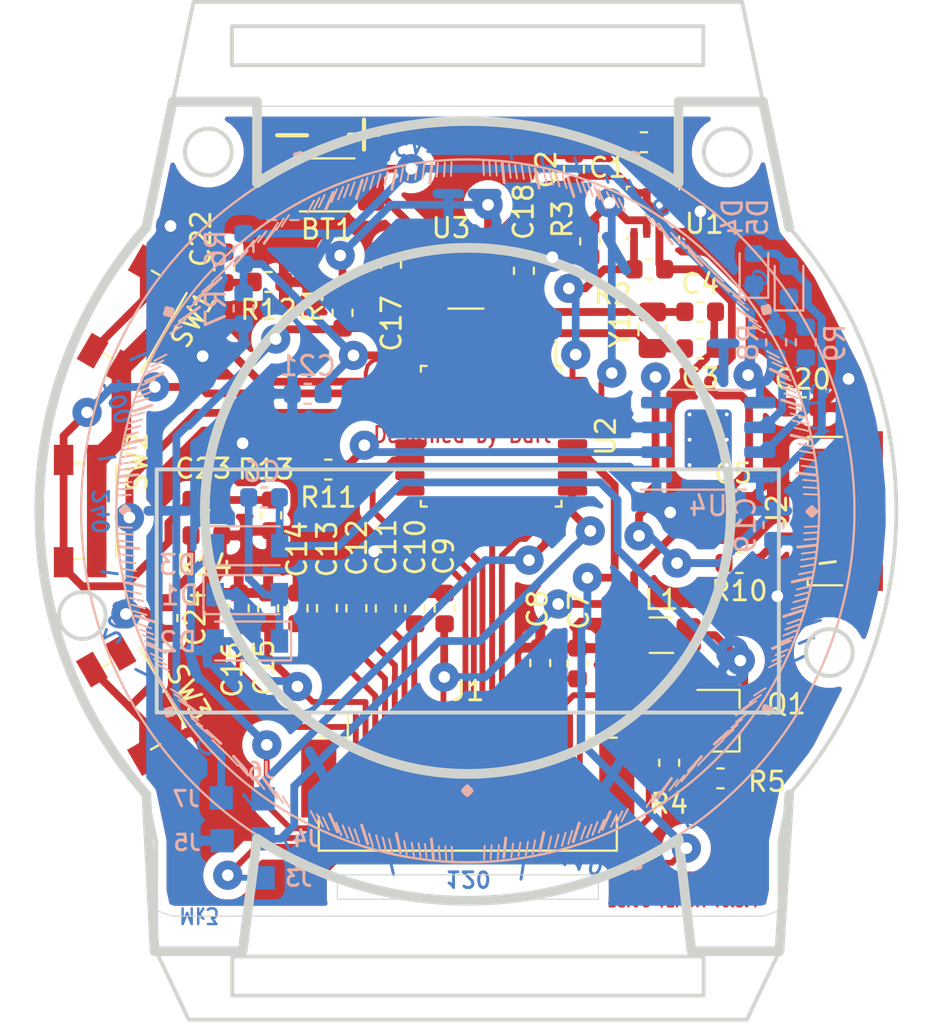
<source format=kicad_pcb>
(kicad_pcb (version 20171130) (host pcbnew 5.1.4-1.fc30)
  (title_block (title "Venom base") (date 2020-04-06) (rev v0.5.2) (comment 1 "corrected vor V2 display"))
  (layers (0 F.Cu signal) (31 B.Cu signal) (34 B.Paste user) (35 F.Paste user) (36 B.SilkS user) (37 F.SilkS user) (38 B.Mask user) (39 F.Mask user) (44 Edge.Cuts user))
  (net 0 "")
  (module Capacitor_SMD:C_0603_1608Metric (layer F.Cu) (at 143.67 101.94 90)
    (fp_text reference C14 (at 3.03 -0.03 90) (layer F.SilkS))
    (fp_text value 105)
    (pad 2 smd roundrect (at 0.7875 0 90) (size 0.875 0.95) (layers F.Cu F.Paste F.Mask))
    (pad 1 smd roundrect (at -0.7875 0 90) (size 0.875 0.95) (layers F.Cu F.Paste F.Mask))
  )
  (module Capacitor_SMD:C_0603_1608Metric (layer F.Cu) (at 148.2 101.95 90)
    (fp_text reference C11 (at 3.15 0.02 90) (layer F.SilkS))
    (fp_text value 105)
    (pad 2 smd roundrect (at 0.7875 0 90) (size 0.875 0.95) (layers F.Cu F.Paste F.Mask))
    (pad 1 smd roundrect (at -0.7875 0 90) (size 0.875 0.95) (layers F.Cu F.Paste F.Mask))
  )
  (module Resistor_SMD:R_2010_5025Metric (layer F.Cu) (at 145.19 80.21 180)
    (fp_text reference BT1 (at 0 -2.28) (layer F.SilkS))
    (fp_text value Lipo)
    (pad 2 smd roundrect (at 2.25 0 180) (size 1.35 2.65) (layers F.Cu F.Paste F.Mask) (roundrect_rratio 0.185185))
    (pad 1 smd roundrect (at -2.25 0 180) (size 1.35 2.65) (layers F.Cu F.Paste F.Mask) (roundrect_rratio 0.185185))
  )
  (module Resistor_SMD:R_1206_3216Metric (layer F.Cu) (at 162.35 103.32)
    (fp_text reference L1 (at 0 -1.82) (layer F.SilkS))
    (fp_text value 10-68uH)
    (pad 2 smd roundrect (at 1.4 0) (size 1.25 1.75) (layers F.Cu F.Paste F.Mask) (roundrect_rratio 0.2))
    (pad 1 smd roundrect (at -1.4 0) (size 1.25 1.75) (layers F.Cu F.Paste F.Mask) (roundrect_rratio 0.2))
  )
  (module Resistor_SMD:R_0603_1608Metric (layer F.Cu) (at 138.99 98.2 180)
    (fp_text reference R14 (at 0.12 -1.53) (layer F.SilkS))
    (fp_text value 100R)
    (pad 2 smd roundrect (at 0.7875 0 180) (size 0.875 0.95) (layers F.Cu F.Paste F.Mask))
    (pad 1 smd roundrect (at -0.7875 0 180) (size 0.875 0.95) (layers F.Cu F.Paste F.Mask))
  )
  (module Capacitor_SMD:C_0603_1608Metric (layer F.Cu) (at 164.34 86.72)
    (fp_text reference C4 (at 0 -1.43) (layer F.SilkS))
    (fp_text value 100)
    (pad 1 smd roundrect (at -0.7875 0) (size 0.875 0.95) (layers F.Cu F.Paste F.Mask))
    (pad 2 smd roundrect (at 0.7875 0) (size 0.875 0.95) (layers F.Cu F.Paste F.Mask))
  )
  (module Capacitor_SMD:C_0603_1608Metric (layer F.Cu) (at 166.03 96.45)
    (fp_text reference C5 (at 0 -1.43) (layer F.SilkS))
    (fp_text value 225)
    (pad 1 smd roundrect (at -0.7875 0) (size 0.875 0.95) (layers F.Cu F.Paste F.Mask))
    (pad 2 smd roundrect (at 0.7875 0) (size 0.875 0.95) (layers F.Cu F.Paste F.Mask))
  )
  (module Capacitor_SMD:C_0603_1608Metric (layer F.Cu) (at 158.04 104.77 90)
    (fp_text reference C7 (at 2.7 0.07 90) (layer F.SilkS))
    (fp_text value 105)
    (pad 2 smd roundrect (at 0.7875 0 90) (size 0.875 0.95) (layers F.Cu F.Paste F.Mask))
    (pad 1 smd roundrect (at -0.7875 0 90) (size 0.875 0.95) (layers F.Cu F.Paste F.Mask))
  )
  (module Capacitor_SMD:C_0603_1608Metric (layer F.Cu) (at 151.22 101.95 90)
    (fp_text reference C9 (at 2.69 -0.04 90) (layer F.SilkS))
    (fp_text value 104)
    (pad 1 smd roundrect (at -0.7875 0 90) (size 0.875 0.95) (layers F.Cu F.Paste F.Mask))
    (pad 2 smd roundrect (at 0.7875 0 90) (size 0.875 0.95) (layers F.Cu F.Paste F.Mask))
  )
  (module Connector_FFC-FPC:Hirose_FH12-24S-0.5SH_1x24-1MP_P0.50mm_Horizontal (layer F.Cu) (at 152.41 109.88)
    (fp_text reference J1 (at 0 -3.7) (layer F.SilkS))
    (fp_text value PFC24/display)
    (pad 24 smd rect (at 5.75 -1) (size 0.3 3) (layers F.Cu F.Paste F.Mask))
    (pad 23 smd rect (at 5.25 -1) (size 0.3 3) (layers F.Cu F.Paste F.Mask))
    (pad 22 smd rect (at 4.75 -1) (size 0.3 3) (layers F.Cu F.Paste F.Mask))
    (pad 21 smd rect (at 4.25 -1) (size 0.3 3) (layers F.Cu F.Paste F.Mask))
    (pad 20 smd rect (at 3.75 -1) (size 0.3 3) (layers F.Cu F.Paste F.Mask))
    (pad 19 smd rect (at 3.25 -1) (size 0.3 3) (layers F.Cu F.Paste F.Mask))
    (pad 18 smd rect (at 2.75 -1) (size 0.3 3) (layers F.Cu F.Paste F.Mask))
    (pad 17 smd rect (at 2.25 -1) (size 0.3 3) (layers F.Cu F.Paste F.Mask))
    (pad 16 smd rect (at 1.75 -1) (size 0.3 3) (layers F.Cu F.Paste F.Mask))
    (pad 15 smd rect (at 1.25 -1) (size 0.3 3) (layers F.Cu F.Paste F.Mask))
    (pad 14 smd rect (at 0.75 -1) (size 0.3 3) (layers F.Cu F.Paste F.Mask))
    (pad 13 smd rect (at 0.25 -1) (size 0.3 3) (layers F.Cu F.Paste F.Mask))
    (pad 12 smd rect (at -0.25 -1) (size 0.3 3) (layers F.Cu F.Paste F.Mask))
    (pad 11 smd rect (at -0.75 -1) (size 0.3 3) (layers F.Cu F.Paste F.Mask))
    (pad 10 smd rect (at -1.25 -1) (size 0.3 3) (layers F.Cu F.Paste F.Mask))
    (pad 9 smd rect (at -1.75 -1) (size 0.3 3) (layers F.Cu F.Paste F.Mask))
    (pad 8 smd rect (at -2.25 -1) (size 0.3 3) (layers F.Cu F.Paste F.Mask))
    (pad 7 smd rect (at -2.75 -1) (size 0.3 3) (layers F.Cu F.Paste F.Mask))
    (pad 6 smd rect (at -3.25 -1) (size 0.3 3) (layers F.Cu F.Paste F.Mask))
    (pad 5 smd rect (at -3.75 -1) (size 0.3 3) (layers F.Cu F.Paste F.Mask))
    (pad 4 smd rect (at -4.25 -1) (size 0.3 3) (layers F.Cu F.Paste F.Mask))
    (pad 3 smd rect (at -4.75 -1) (size 0.3 3) (layers F.Cu F.Paste F.Mask))
    (pad 2 smd rect (at -5.25 -1) (size 0.3 3) (layers F.Cu F.Paste F.Mask))
    (pad 1 smd rect (at -5.75 -1) (size 0.3 3) (layers F.Cu F.Paste F.Mask))
    (pad MP smd rect (at -7.65 0.8) (size 1.8 4) (layers F.Cu F.Paste F.Mask))
    (pad MP smd rect (at 7.65 0.8) (size 1.8 4) (layers F.Cu F.Paste F.Mask))
  )
  (module Capacitor_SMD:C_0603_1608Metric (layer F.Cu) (at 157.86 79.42 90)
    (fp_text reference C2 (at 0 -1.43 90) (layer F.SilkS))
    (fp_text value 104)
    (pad 2 smd roundrect (at 0.7875 0 90) (size 0.875 0.95) (layers F.Cu F.Paste F.Mask))
    (pad 1 smd roundrect (at -0.7875 0 90) (size 0.875 0.95) (layers F.Cu F.Paste F.Mask))
  )
  (module Capacitor_SMD:C_0603_1608Metric (layer F.Cu) (at 145.18 101.94 90)
    (fp_text reference C13 (at 3.04 0 90) (layer F.SilkS))
    (fp_text value 105)
    (pad 1 smd roundrect (at -0.7875 0 90) (size 0.875 0.95) (layers F.Cu F.Paste F.Mask))
    (pad 2 smd roundrect (at 0.7875 0 90) (size 0.875 0.95) (layers F.Cu F.Paste F.Mask))
  )
  (module Capacitor_SMD:C_0603_1608Metric (layer F.Cu) (at 161.45 78.02 180)
    (fp_text reference C1 (at 1.85 -1.3) (layer F.SilkS))
    (fp_text value 104)
    (pad 1 smd roundrect (at -0.7875 0 180) (size 0.875 0.95) (layers F.Cu F.Paste F.Mask))
    (pad 2 smd roundrect (at 0.7875 0 180) (size 0.875 0.95) (layers F.Cu F.Paste F.Mask))
  )
  (module Capacitor_SMD:C_0603_1608Metric (layer F.Cu) (at 164.32 88.61)
    (fp_text reference C3 (at 0.03 1.51) (layer F.SilkS))
    (fp_text value 100)
    (pad 2 smd roundrect (at 0.7875 0) (size 0.875 0.95) (layers F.Cu F.Paste F.Mask))
    (pad 1 smd roundrect (at -0.7875 0) (size 0.875 0.95) (layers F.Cu F.Paste F.Mask))
  )
  (module Resistor_SMD:R_0603_1608Metric (layer F.Cu) (at 165.38 110.67)
    (fp_text reference R5 (at 2.39 0.17) (layer F.SilkS))
    (fp_text value 1R5)
    (pad 1 smd roundrect (at -0.7875 0) (size 0.875 0.95) (layers F.Cu F.Paste F.Mask))
    (pad 2 smd roundrect (at 0.7875 0) (size 0.875 0.95) (layers F.Cu F.Paste F.Mask))
  )
  (module Package_TO_SOT_SMD:SOT-23 (layer F.Cu) (at 165.6 107.71)
    (fp_text reference Q1 (at 3.17 -0.85) (layer F.SilkS))
    (fp_text value IRLML0030TR)
    (pad 3 smd rect (at 1 0) (size 0.9 0.8) (layers F.Cu F.Paste F.Mask))
    (pad 2 smd rect (at -1 0.95) (size 0.9 0.8) (layers F.Cu F.Paste F.Mask))
    (pad 1 smd rect (at -1 -0.95) (size 0.9 0.8) (layers F.Cu F.Paste F.Mask))
  )
  (module Capacitor_SMD:C_0603_1608Metric (layer F.Cu) (at 155.29 84.62 90)
    (fp_text reference C18 (at 3.03 -0.02 90) (layer F.SilkS))
    (fp_text value 105)
    (pad 2 smd roundrect (at 0.7875 0 90) (size 0.875 0.95) (layers F.Cu F.Paste F.Mask))
    (pad 1 smd roundrect (at -0.7875 0 90) (size 0.875 0.95) (layers F.Cu F.Paste F.Mask))
  )
  (module Capacitor_SMD:C_0603_1608Metric (layer F.Cu) (at 142.16 101.94 90)
    (fp_text reference C15 (at -3.04 -0.21 90) (layer F.SilkS))
    (fp_text value 105)
    (pad 1 smd roundrect (at -0.7875 0 90) (size 0.875 0.95) (layers F.Cu F.Paste F.Mask))
    (pad 2 smd roundrect (at 0.7875 0 90) (size 0.875 0.95) (layers F.Cu F.Paste F.Mask))
  )
  (module Diode_SMD:D_SOD-123 (layer B.Cu) (at 141.09 103.62 180)
    (fp_text reference D2 (at 3.56 -0.05) (layer B.SilkS) (effects (justify mirror)))
    (fp_text value MBR0530)
    (pad 1 smd rect (at -1.65 0 180) (size 0.9 1.2) (layers B.Cu B.Paste B.Mask))
    (pad 2 smd rect (at 1.65 0 180) (size 0.9 1.2) (layers B.Cu B.Paste B.Mask))
  )
  (module Resistor_SMD:R_0603_1608Metric (layer B.Cu) (at 168.24 88.29 270)
    (fp_text reference R8 (at 0 1.43 90) (layer B.SilkS) (effects (justify mirror)))
    (fp_text value 1k)
    (pad 2 smd roundrect (at 0.7875 0 270) (size 0.875 0.95) (layers B.Cu B.Paste B.Mask))
    (pad 1 smd roundrect (at -0.7875 0 270) (size 0.875 0.95) (layers B.Cu B.Paste B.Mask))
  )
  (module Button_Switch_SMD:Panasonic_EVQPUJ_EVQPUA (layer F.Cu) (at 135.2 86.87 60)
    (fp_text reference SW1 (at 1.333494 2.809679 60) (layer F.SilkS))
    (fp_text value START)
    (pad 1 smd rect (at 2.625 -0.85 240) (size 1.55 1) (layers F.Cu F.Paste F.Mask))
    (pad 1 smd rect (at -2.625 -0.85 240) (size 1.55 1) (layers F.Cu F.Paste F.Mask))
    (pad 2 smd rect (at -2.625 0.85 240) (size 1.55 1) (layers F.Cu F.Paste F.Mask))
    (pad 2 smd rect (at 2.625 0.85 240) (size 1.55 1) (layers F.Cu F.Paste F.Mask))
  )
  (module Resistor_SMD:R_0603_1608Metric (layer F.Cu) (at 161.73 84.54 180)
    (fp_text reference R2 (at 1.88 -1.28) (layer F.SilkS))
    (fp_text value 4k7)
    (pad 1 smd roundrect (at -0.7875 0 180) (size 0.875 0.95) (layers F.Cu F.Paste F.Mask))
    (pad 2 smd roundrect (at 0.7875 0 180) (size 0.875 0.95) (layers F.Cu F.Paste F.Mask))
  )
  (module Package_SO:HSOP-8-1EP_3.9x4.9mm_P1.27mm_EP2.41x3.1mm_ThermalVias (layer B.Cu) (at 164.75 93.29)
    (fp_text reference U4 (at 0 3.4) (layer B.SilkS) (effects (justify mirror)))
    (fp_text value TP4056)
    (pad 8 smd roundrect (at 2.65 1.905) (size 1.6 0.6) (layers B.Cu B.Paste B.Mask))
    (pad 7 smd roundrect (at 2.65 0.635) (size 1.6 0.6) (layers B.Cu B.Paste B.Mask))
    (pad 6 smd roundrect (at 2.65 -0.635) (size 1.6 0.6) (layers B.Cu B.Paste B.Mask))
    (pad 5 smd roundrect (at 2.65 -1.905) (size 1.6 0.6) (layers B.Cu B.Paste B.Mask))
    (pad 4 smd roundrect (at -2.65 -1.905) (size 1.6 0.6) (layers B.Cu B.Paste B.Mask))
    (pad 3 smd roundrect (at -2.65 -0.635) (size 1.6 0.6) (layers B.Cu B.Paste B.Mask))
    (pad 2 smd roundrect (at -2.65 0.635) (size 1.6 0.6) (layers B.Cu B.Paste B.Mask))
    (pad 1 smd roundrect (at -2.65 1.905) (size 1.6 0.6) (layers B.Cu B.Paste B.Mask))
    (pad 9 smd roundrect (at 0 0) (size 2.41 3.1) (layers F.Cu) (roundrect_rratio 0.103734))
    (pad 9 thru_hole circle (at 0.955 -1.3) (size 0.5 0.5) (drill 0.2) (layers *.Cu))
    (pad 9 thru_hole circle (at -0.955 -1.3) (size 0.5 0.5) (drill 0.2) (layers *.Cu))
    (pad 9 thru_hole circle (at 0.955 0) (size 0.5 0.5) (drill 0.2) (layers *.Cu))
    (pad 9 thru_hole circle (at -0.955 0) (size 0.5 0.5) (drill 0.2) (layers *.Cu))
    (pad 9 thru_hole circle (at 0.955 1.3) (size 0.5 0.5) (drill 0.2) (layers *.Cu))
    (pad 9 thru_hole circle (at -0.955 1.3) (size 0.5 0.5) (drill 0.2) (layers *.Cu))
    (pad 9 smd roundrect (at 0 0) (size 2.41 3.1) (layers B.Cu B.Mask) (roundrect_rratio 0.103734))
  )
  (module Capacitor_SMD:C_0603_1608Metric (layer B.Cu) (at 144.19 90.93 180)
    (fp_text reference C21 (at 0 1.43) (layer B.SilkS) (effects (justify mirror)))
    (fp_text value 104)
    (pad 2 smd roundrect (at 0.7875 0 180) (size 0.875 0.95) (layers B.Cu B.Paste B.Mask))
    (pad 1 smd roundrect (at -0.7875 0 180) (size 0.875 0.95) (layers B.Cu B.Paste B.Mask))
  )
  (module Resistor_SMD:R_0603_1608Metric (layer B.Cu) (at 140.9 83.49 270)
    (fp_text reference R6 (at 0 1.43 270) (layer B.SilkS) (effects (justify mirror)))
    (fp_text value 47k)
    (pad 1 smd roundrect (at -0.7875 0 270) (size 0.875 0.95) (layers B.Cu B.Paste B.Mask))
    (pad 2 smd roundrect (at 0.7875 0 270) (size 0.875 0.95) (layers B.Cu B.Paste B.Mask))
  )
  (module Capacitor_SMD:C_0603_1608Metric (layer F.Cu) (at 146.69 101.94 90)
    (fp_text reference C12 (at 3.11 0.02 90) (layer F.SilkS))
    (fp_text value 105)
    (pad 2 smd roundrect (at 0.7875 0 90) (size 0.875 0.95) (layers F.Cu F.Paste F.Mask))
    (pad 1 smd roundrect (at -0.7875 0 90) (size 0.875 0.95) (layers F.Cu F.Paste F.Mask))
  )
  (module Package_LGA:Bosch_LGA-8_2.5x2.5mm_P0.65mm_ClockwisePinNumbering (layer F.Cu) (at 161.92 81.65 180)
    (fp_text reference U1 (at -2.63 -0.55) (layer F.SilkS))
    (fp_text value BME280)
    (pad 5 smd rect (at 0.975 1.025 270) (size 0.5 0.35) (layers F.Cu F.Paste F.Mask))
    (pad 6 smd rect (at 0.325 1.025 270) (size 0.5 0.35) (layers F.Cu F.Paste F.Mask))
    (pad 7 smd rect (at -0.325 1.025 270) (size 0.5 0.35) (layers F.Cu F.Paste F.Mask))
    (pad 8 smd rect (at -0.975 1.025 270) (size 0.5 0.35) (layers F.Cu F.Paste F.Mask))
    (pad 1 smd rect (at -0.975 -1.025 270) (size 0.5 0.35) (layers F.Cu F.Paste F.Mask))
    (pad 2 smd rect (at -0.325 -1.025 270) (size 0.5 0.35) (layers F.Cu F.Paste F.Mask))
    (pad 3 smd rect (at 0.325 -1.025 270) (size 0.5 0.35) (layers F.Cu F.Paste F.Mask))
    (pad 4 smd rect (at 0.975 -1.025 270) (size 0.5 0.35) (layers F.Cu F.Paste F.Mask))
  )
  (module Capacitor_SMD:C_0603_1608Metric (layer F.Cu) (at 139.91 84.44 90)
    (fp_text reference C22 (at 1.46 -1.2 90) (layer F.SilkS))
    (fp_text value 100n)
    (pad 2 smd roundrect (at 0.7875 0 90) (size 0.875 0.95) (layers F.Cu F.Paste F.Mask))
    (pad 1 smd roundrect (at -0.7875 0 90) (size 0.875 0.95) (layers F.Cu F.Paste F.Mask))
  )
  (module Resistor_SMD:R_0603_1608Metric (layer F.Cu) (at 166.35 99.62 180)
    (fp_text reference R10 (at 0 -1.43) (layer F.SilkS))
    (fp_text value 0R4)
    (pad 1 smd roundrect (at -0.7875 0 180) (size 0.875 0.95) (layers F.Cu F.Paste F.Mask))
    (pad 2 smd roundrect (at 0.7875 0 180) (size 0.875 0.95) (layers F.Cu F.Paste F.Mask))
  )
  (module Resistor_SMD:R_0603_1608Metric (layer B.Cu) (at 140.9 86.55 270)
    (fp_text reference R7 (at 0 1.43 90) (layer B.SilkS) (effects (justify mirror)))
    (fp_text value 47k)
    (pad 2 smd roundrect (at 0.7875 0 270) (size 0.875 0.95) (layers B.Cu B.Paste B.Mask))
    (pad 1 smd roundrect (at -0.7875 0 270) (size 0.875 0.95) (layers B.Cu B.Paste B.Mask))
  )
  (module Button_Switch_SMD:Panasonic_EVQPUJ_EVQPUA (layer F.Cu) (at 132.51 96.95 90)
    (fp_text reference SW2 (at 2.53 2.94 90) (layer F.SilkS))
    (fp_text value SET)
    (pad 2 smd rect (at 2.625 0.85 270) (size 1.55 1) (layers F.Cu F.Paste F.Mask))
    (pad 2 smd rect (at -2.625 0.85 270) (size 1.55 1) (layers F.Cu F.Paste F.Mask))
    (pad 1 smd rect (at -2.625 -0.85 270) (size 1.55 1) (layers F.Cu F.Paste F.Mask))
    (pad 1 smd rect (at 2.625 -0.85 270) (size 1.55 1) (layers F.Cu F.Paste F.Mask))
  )
  (module Resistor_SMD:R_0603_1608Metric (layer F.Cu) (at 142.18 85.19 180)
    (fp_text reference R12 (at 0 -1.43) (layer F.SilkS))
    (fp_text value 100R)
    (pad 2 smd roundrect (at 0.7875 0 180) (size 0.875 0.95) (layers F.Cu F.Paste F.Mask))
    (pad 1 smd roundrect (at -0.7875 0 180) (size 0.875 0.95) (layers F.Cu F.Paste F.Mask))
  )
  (module Diode_SMD:D_0603_1608Metric (layer B.Cu) (at 167.1 84.52 90)
    (fp_text reference D4 (at 2.65 -1.1 90) (layer B.SilkS) (effects (justify mirror)))
    (fp_text value green)
    (pad 1 smd roundrect (at -0.7875 0 90) (size 0.875 0.95) (layers B.Cu B.Paste B.Mask))
    (pad 2 smd roundrect (at 0.7875 0 90) (size 0.875 0.95) (layers B.Cu B.Paste B.Mask))
  )
  (module Resistor_SMD:R_0603_1608Metric (layer F.Cu) (at 162.75 109.87 270)
    (fp_text reference R4 (at 2.1 0 180) (layer F.SilkS))
    (fp_text value 10k)
    (pad 2 smd roundrect (at 0.7875 0 270) (size 0.875 0.95) (layers F.Cu F.Paste F.Mask))
    (pad 1 smd roundrect (at -0.7875 0 270) (size 0.875 0.95) (layers F.Cu F.Paste F.Mask))
  )
  (module Resistor_SMD:R_0805_2012Metric (layer F.Cu) (at 161.88 87.67 90)
    (fp_text reference Y1 (at 0 -1.65 90) (layer F.SilkS))
    (fp_text value 32k768)
    (pad 2 smd roundrect (at 0.9375 0 90) (size 0.975 1.4) (layers F.Cu F.Paste F.Mask))
    (pad 1 smd roundrect (at -0.9375 0 90) (size 0.975 1.4) (layers F.Cu F.Paste F.Mask))
  )
  (module Capacitor_SMD:C_0603_1608Metric (layer B.Cu) (at 168.1 97.67 270)
    (fp_text reference C19 (at 0 1.43 90) (layer B.SilkS) (effects (justify mirror)))
    (fp_text value 105)
    (pad 2 smd roundrect (at 0.7875 0 270) (size 0.875 0.95) (layers B.Cu B.Paste B.Mask))
    (pad 1 smd roundrect (at -0.7875 0 270) (size 0.875 0.95) (layers B.Cu B.Paste B.Mask))
  )
  (module Resistor_SMD:R_0603_1608Metric (layer B.Cu) (at 169.76 88.29 270)
    (fp_text reference R9 (at 0.03 -1.5 270) (layer B.SilkS) (effects (justify mirror)))
    (fp_text value 1k)
    (pad 1 smd roundrect (at -0.7875 0 270) (size 0.875 0.95) (layers B.Cu B.Paste B.Mask))
    (pad 2 smd roundrect (at 0.7875 0 270) (size 0.875 0.95) (layers B.Cu B.Paste B.Mask))
  )
  (module Capacitor_SMD:C_0603_1608Metric (layer F.Cu) (at 136.99 102.44 270)
    (fp_text reference C24 (at 0 -1.43 90) (layer F.SilkS))
    (fp_text value 100n)
    (pad 2 smd roundrect (at 0.7875 0 270) (size 0.875 0.95) (layers F.Cu F.Paste F.Mask))
    (pad 1 smd roundrect (at -0.7875 0 270) (size 0.875 0.95) (layers F.Cu F.Paste F.Mask))
  )
  (module Capacitor_SMD:C_0603_1608Metric (layer F.Cu) (at 138.99 96.39 180)
    (fp_text reference C23 (at 0.16 1.62) (layer F.SilkS))
    (fp_text value 100n)
    (pad 1 smd roundrect (at -0.7875 0 180) (size 0.875 0.95) (layers F.Cu F.Paste F.Mask))
    (pad 2 smd roundrect (at 0.7875 0 180) (size 0.875 0.95) (layers F.Cu F.Paste F.Mask))
  )
  (module Capacitor_SMD:C_0603_1608Metric (layer F.Cu) (at 148.47 84.3 270)
    (fp_text reference C17 (at 3.02 -0.02 90) (layer F.SilkS))
    (fp_text value 105)
    (pad 1 smd roundrect (at -0.7875 0 270) (size 0.875 0.95) (layers F.Cu F.Paste F.Mask))
    (pad 2 smd roundrect (at 0.7875 0 270) (size 0.875 0.95) (layers F.Cu F.Paste F.Mask))
  )
  (module Package_QFP:LQFP-32_7x7mm_P0.8mm (layer F.Cu) (at 153.61 93.11 270)
    (fp_text reference U2 (at 0 -5.88 90) (layer F.SilkS))
    (fp_text value STM32G070KB)
    (pad 32 smd roundrect (at -2.8 -4.175 270) (size 0.5 1.5) (layers F.Cu F.Paste F.Mask))
    (pad 31 smd roundrect (at -2 -4.175 270) (size 0.5 1.5) (layers F.Cu F.Paste F.Mask))
    (pad 30 smd roundrect (at -1.2 -4.175 270) (size 0.5 1.5) (layers F.Cu F.Paste F.Mask))
    (pad 29 smd roundrect (at -0.4 -4.175 270) (size 0.5 1.5) (layers F.Cu F.Paste F.Mask))
    (pad 28 smd roundrect (at 0.4 -4.175 270) (size 0.5 1.5) (layers F.Cu F.Paste F.Mask))
    (pad 27 smd roundrect (at 1.2 -4.175 270) (size 0.5 1.5) (layers F.Cu F.Paste F.Mask))
    (pad 26 smd roundrect (at 2 -4.175 270) (size 0.5 1.5) (layers F.Cu F.Paste F.Mask))
    (pad 25 smd roundrect (at 2.8 -4.175 270) (size 0.5 1.5) (layers F.Cu F.Paste F.Mask))
    (pad 24 smd roundrect (at 4.175 -2.8 270) (size 1.5 0.5) (layers F.Cu F.Paste F.Mask))
    (pad 23 smd roundrect (at 4.175 -2 270) (size 1.5 0.5) (layers F.Cu F.Paste F.Mask))
    (pad 22 smd roundrect (at 4.175 -1.2 270) (size 1.5 0.5) (layers F.Cu F.Paste F.Mask))
    (pad 21 smd roundrect (at 4.175 -0.4 270) (size 1.5 0.5) (layers F.Cu F.Paste F.Mask))
    (pad 20 smd roundrect (at 4.175 0.4 270) (size 1.5 0.5) (layers F.Cu F.Paste F.Mask))
    (pad 19 smd roundrect (at 4.175 1.2 270) (size 1.5 0.5) (layers F.Cu F.Paste F.Mask))
    (pad 18 smd roundrect (at 4.175 2 270) (size 1.5 0.5) (layers F.Cu F.Paste F.Mask))
    (pad 17 smd roundrect (at 4.175 2.8 270) (size 1.5 0.5) (layers F.Cu F.Paste F.Mask))
    (pad 16 smd roundrect (at 2.8 4.175 270) (size 0.5 1.5) (layers F.Cu F.Paste F.Mask))
    (pad 15 smd roundrect (at 2 4.175 270) (size 0.5 1.5) (layers F.Cu F.Paste F.Mask))
    (pad 14 smd roundrect (at 1.2 4.175 270) (size 0.5 1.5) (layers F.Cu F.Paste F.Mask))
    (pad 13 smd roundrect (at 0.4 4.175 270) (size 0.5 1.5) (layers F.Cu F.Paste F.Mask))
    (pad 12 smd roundrect (at -0.4 4.175 270) (size 0.5 1.5) (layers F.Cu F.Paste F.Mask))
    (pad 11 smd roundrect (at -1.2 4.175 270) (size 0.5 1.5) (layers F.Cu F.Paste F.Mask))
    (pad 10 smd roundrect (at -2 4.175 270) (size 0.5 1.5) (layers F.Cu F.Paste F.Mask))
    (pad 9 smd roundrect (at -2.8 4.175 270) (size 0.5 1.5) (layers F.Cu F.Paste F.Mask))
    (pad 8 smd roundrect (at -4.175 2.8 270) (size 1.5 0.5) (layers F.Cu F.Paste F.Mask))
    (pad 7 smd roundrect (at -4.175 2 270) (size 1.5 0.5) (layers F.Cu F.Paste F.Mask))
    (pad 6 smd roundrect (at -4.175 1.2 270) (size 1.5 0.5) (layers F.Cu F.Paste F.Mask))
    (pad 5 smd roundrect (at -4.175 0.4 270) (size 1.5 0.5) (layers F.Cu F.Paste F.Mask))
    (pad 4 smd roundrect (at -4.175 -0.4 270) (size 1.5 0.5) (layers F.Cu F.Paste F.Mask))
    (pad 3 smd roundrect (at -4.175 -1.2 270) (size 1.5 0.5) (layers F.Cu F.Paste F.Mask))
    (pad 2 smd roundrect (at -4.175 -2 270) (size 1.5 0.5) (layers F.Cu F.Paste F.Mask))
    (pad 1 smd roundrect (at -4.175 -2.8 270) (size 1.5 0.5) (layers F.Cu F.Paste F.Mask))
  )
  (module Connector_USB:USB_Micro-B_Molex_47346-0001 (layer F.Cu) (at 171.57 96.95 90)
    (fp_text reference J2 (at 0 -3.3 270) (layer F.SilkS))
    (fp_text value USB_B_Micro)
    (pad 6 smd rect (at 0.84 1.2 90) (size 1.175 1.9) (layers F.Cu F.Paste F.Mask))
    (pad 6 smd rect (at -0.84 1.2 90) (size 1.175 1.9) (layers F.Cu F.Paste F.Mask))
    (pad 6 smd rect (at 2.91 1.2 90) (size 2.375 1.9) (layers F.Cu F.Paste F.Mask))
    (pad 6 smd rect (at -2.91 1.2 90) (size 2.375 1.9) (layers F.Cu F.Paste F.Mask))
    (pad 6 smd rect (at 2.4625 -1.1 90) (size 1.475 2.1) (layers F.Cu F.Paste F.Mask))
    (pad 6 smd rect (at -2.4625 -1.1 90) (size 1.475 2.1) (layers F.Cu F.Paste F.Mask))
    (pad 5 smd rect (at 1.3 -1.46 90) (size 0.45 1.38) (layers F.Cu F.Paste F.Mask))
    (pad 4 smd rect (at 0.65 -1.46 90) (size 0.45 1.38) (layers F.Cu F.Paste F.Mask))
    (pad 3 smd rect (at 0 -1.46 90) (size 0.45 1.38) (layers F.Cu F.Paste F.Mask))
    (pad 2 smd rect (at -0.65 -1.46 90) (size 0.45 1.38) (layers F.Cu F.Paste F.Mask))
    (pad 1 smd rect (at -1.3 -1.46 90) (size 0.45 1.38) (layers F.Cu F.Paste F.Mask))
  )
  (module Package_TO_SOT_SMD:SOT-23-5 (layer F.Cu) (at 152.31 84.95)
    (fp_text reference U3 (at -0.76 -2.53) (layer F.SilkS))
    (fp_text value TC1185-3.3)
    (pad 5 smd rect (at 1.1 -0.95) (size 1.06 0.65) (layers F.Cu F.Paste F.Mask))
    (pad 4 smd rect (at 1.1 0.95) (size 1.06 0.65) (layers F.Cu F.Paste F.Mask))
    (pad 3 smd rect (at -1.1 0.95) (size 1.06 0.65) (layers F.Cu F.Paste F.Mask))
    (pad 2 smd rect (at -1.1 0) (size 1.06 0.65) (layers F.Cu F.Paste F.Mask))
    (pad 1 smd rect (at -1.1 -0.95) (size 1.06 0.65) (layers F.Cu F.Paste F.Mask))
  )
  (module Capacitor_SMD:C_0603_1608Metric (layer F.Cu) (at 149.71 101.95 90)
    (fp_text reference C10 (at 3.15 0 90) (layer F.SilkS))
    (fp_text value 105)
    (pad 1 smd roundrect (at -0.7875 0 90) (size 0.875 0.95) (layers F.Cu F.Paste F.Mask))
    (pad 2 smd roundrect (at 0.7875 0 90) (size 0.875 0.95) (layers F.Cu F.Paste F.Mask))
  )
  (module Diode_SMD:D_SOD-123 (layer B.Cu) (at 141.1 98.73)
    (fp_text reference D3 (at -3.59 0.98) (layer B.SilkS) (effects (justify mirror)))
    (fp_text value MBR0530)
    (pad 2 smd rect (at 1.65 0) (size 0.9 1.2) (layers B.Cu B.Paste B.Mask))
    (pad 1 smd rect (at -1.65 0) (size 0.9 1.2) (layers B.Cu B.Paste B.Mask))
  )
  (module Resistor_SMD:R_0603_1608Metric (layer F.Cu) (at 145.25 94.82 180)
    (fp_text reference R11 (at 0 -1.43) (layer F.SilkS))
    (fp_text value 5k)
    (pad 2 smd roundrect (at 0.7875 0 180) (size 0.875 0.95) (layers F.Cu F.Paste F.Mask))
    (pad 1 smd roundrect (at -0.7875 0 180) (size 0.875 0.95) (layers F.Cu F.Paste F.Mask))
  )
  (module Resistor_SMD:R_0603_1608Metric (layer F.Cu) (at 158.69 83.11 90)
    (fp_text reference R3 (at 1.14 -1.43 90) (layer F.SilkS))
    (fp_text value 4k7)
    (pad 2 smd roundrect (at 0.7875 0 90) (size 0.875 0.95) (layers F.Cu F.Paste F.Mask))
    (pad 1 smd roundrect (at -0.7875 0 90) (size 0.875 0.95) (layers F.Cu F.Paste F.Mask))
  )
  (module Resistor_SMD:R_0603_1608Metric (layer F.Cu) (at 145.98 86.7725 270)
    (fp_text reference R1 (at -0.4625 1.51 90) (layer F.SilkS))
    (fp_text value 10k)
    (pad 2 smd roundrect (at 0.7875 0 270) (size 0.875 0.95) (layers F.Cu F.Paste F.Mask))
    (pad 1 smd roundrect (at -0.7875 0 270) (size 0.875 0.95) (layers F.Cu F.Paste F.Mask))
  )
  (module Capacitor_SMD:C_0603_1608Metric (layer F.Cu) (at 156.13 104.75 90)
    (fp_text reference C8 (at 2.78 -0.14 90) (layer F.SilkS))
    (fp_text value 105)
    (pad 2 smd roundrect (at 0.7875 0 90) (size 0.875 0.95) (layers F.Cu F.Paste F.Mask))
    (pad 1 smd roundrect (at -0.7875 0 90) (size 0.875 0.95) (layers F.Cu F.Paste F.Mask))
  )
  (module Diode_SMD:D_0603_1608Metric (layer B.Cu) (at 168.9 85.17 90)
    (fp_text reference D5 (at 3.3 -1.6 90) (layer B.SilkS) (effects (justify mirror)))
    (fp_text value red)
    (pad 2 smd roundrect (at 0.7875 0 90) (size 0.875 0.95) (layers B.Cu B.Paste B.Mask))
    (pad 1 smd roundrect (at -0.7875 0 90) (size 0.875 0.95) (layers B.Cu B.Paste B.Mask))
  )
  (module Resistor_SMD:R_0603_1608Metric (layer F.Cu) (at 142.32 97.17 90)
    (fp_text reference R13 (at 2.36 -0.27 180) (layer F.SilkS))
    (fp_text value 100R)
    (pad 1 smd roundrect (at -0.7875 0 90) (size 0.875 0.95) (layers F.Cu F.Paste F.Mask))
    (pad 2 smd roundrect (at 0.7875 0 90) (size 0.875 0.95) (layers F.Cu F.Paste F.Mask))
  )
  (module Diode_SMD:D_SOD-123 (layer B.Cu) (at 141.09 101.24)
    (fp_text reference D1 (at -3.46 0.03) (layer B.SilkS) (effects (justify mirror)))
    (fp_text value MBR0530)
    (pad 2 smd rect (at 1.65 0) (size 0.9 1.2) (layers B.Cu B.Paste B.Mask))
    (pad 1 smd rect (at -1.65 0) (size 0.9 1.2) (layers B.Cu B.Paste B.Mask))
  )
  (module Capacitor_SMD:C_0603_1608Metric (layer F.Cu) (at 169.6 91.62)
    (fp_text reference C20 (at 0 -1.43) (layer F.SilkS))
    (fp_text value 105)
    (pad 1 smd roundrect (at -0.7875 0) (size 0.875 0.95) (layers F.Cu F.Paste F.Mask))
    (pad 2 smd roundrect (at 0.7875 0) (size 0.875 0.95) (layers F.Cu F.Paste F.Mask))
  )
  (module Capacitor_SMD:C_0603_1608Metric (layer F.Cu) (at 140.65 101.94 90)
    (fp_text reference C16 (at -3.14 -0.33 90) (layer F.SilkS))
    (fp_text value 105)
    (pad 1 smd roundrect (at -0.7875 0 90) (size 0.875 0.95) (layers F.Cu F.Paste F.Mask))
    (pad 2 smd roundrect (at 0.7875 0 90) (size 0.875 0.95) (layers F.Cu F.Paste F.Mask))
  )
  (module Button_Switch_SMD:Panasonic_EVQPUJ_EVQPUA (layer F.Cu) (at 135.16 106.93 120)
    (fp_text reference SW3 (at -0.861103 2.851474 120) (layer F.SilkS))
    (fp_text value RESET)
    (pad 1 smd rect (at 2.625 -0.85 300) (size 1.55 1) (layers F.Cu F.Paste F.Mask))
    (pad 1 smd rect (at -2.625 -0.85 300) (size 1.55 1) (layers F.Cu F.Paste F.Mask))
    (pad 2 smd rect (at -2.625 0.85 300) (size 1.55 1) (layers F.Cu F.Paste F.Mask))
    (pad "" smd rect (at 2.625 0.85 300) (size 1.55 1) (layers F.Cu F.Paste F.Mask))
  )
  (module Capacitor_SMD:C_0603_1608Metric (layer B.Cu) (at 141.95 96.25)
    (fp_text reference C6 (at -0.1 -1.32) (layer B.SilkS) (effects (justify mirror)))
    (fp_text value 104)
    (pad 2 smd roundrect (at 0.7875 0) (size 0.875 0.95) (layers B.Cu B.Paste B.Mask))
    (pad 1 smd roundrect (at -0.7875 0) (size 0.875 0.95) (layers B.Cu B.Paste B.Mask))
  )
  (module Connector_PinHeader_2.54mm:PinHeader_1x01_P2.54mm_Vertical (layer B.Cu) (at 141.9 111.72 180)
    (fp_text reference J6 (at 0.1 1.45) (layer B.SilkS) (effects (font (size 0.8 0.8)) (justify mirror)))
    (fp_text value SWDIO)
    (pad 1 smd rect (at 0 0 180) (size 1.2 1.2) (layers B.Cu B.Paste B.Mask))
  )
  (module Connector_PinHeader_2.54mm:PinHeader_1x01_P2.54mm_Vertical (layer B.Cu) (at 141.9 113.77 180)
    (fp_text reference J4 (at -2.2 0) (layer B.SilkS) (effects (font (size 0.8 0.8)) (justify mirror)))
    (fp_text value SWDCLK)
    (pad 1 smd rect (at 0 0 180) (size 1.2 1.2) (layers B.Cu B.Paste B.Mask))
  )
  (module Connector_PinHeader_2.54mm:PinHeader_1x01_P2.54mm_Vertical (layer B.Cu) (at 139.75 111.67 180)
    (fp_text reference J7 (at 1.8 -0.05) (layer B.SilkS) (effects (font (size 0.8 0.8)) (justify mirror)))
    (fp_text value SWDRST)
    (pad 1 smd rect (at 0 0 180) (size 1.2 1.2) (layers B.Cu B.Paste B.Mask))
  )
  (module Connector_PinHeader_2.54mm:PinHeader_1x01_P2.54mm_Vertical (layer B.Cu) (at 139.8 113.87 180)
    (fp_text reference J5 (at 1.8 -0.1) (layer B.SilkS) (effects (font (size 0.8 0.8)) (justify mirror)))
    (fp_text value GND)
    (pad 1 smd rect (at 0 0 180) (size 1.2 1.2) (layers B.Cu B.Paste B.Mask))
  )
  (module Connector_PinHeader_2.54mm:PinHeader_1x01_P2.54mm_Vertical (layer B.Cu) (at 141.9 115.77 180)
    (fp_text reference J3 (at -1.83 -0.03) (layer B.SilkS) (effects (font (size 0.8 0.8)) (justify mirror)))
    (fp_text value Vcc)
    (pad 1 smd rect (at 0 0 180) (size 1.2 1.2) (layers B.Cu B.Paste B.Mask))
  )
  (gr_circle (center 132.62 102.31) (end 131.42 102.31) (layer Edge.Cuts) (width 0.2))
  (gr_text I (at 149.38012 79.58644 170.4) (layer B.SilkS) (effects (font (size 0.7 0.8) (thickness 0.1)) (justify mirror)))
  (gr_text I (at 150.1345 79.4823 172.8) (layer B.SilkS) (effects (font (size 0.7 0.8) (thickness 0.1)) (justify mirror)))
  (gr_text I (at 149.02452 79.65756 169.2) (layer B.SilkS) (effects (font (size 0.7 0.8) (thickness 0.1)) (justify mirror)))
  (gr_text I (at 147.8485 79.9649 165.6) (layer B.SilkS) (effects (font (size 0.7 0.8) (thickness 0.1)) (justify mirror)))
  (gr_text I (at 147.4929 80.0538 164.4) (layer B.SilkS) (effects (font (size 0.7 0.8) (thickness 0.1)) (justify mirror)))
  (gr_text I (at 148.2168 79.8506 166.8) (layer B.SilkS) (effects (font (size 0.7 0.8) (thickness 0.1)) (justify mirror)))
  (gr_text I (at 147.1627 80.1427 163.2) (layer B.SilkS) (effects (font (size 0.7 0.8) (thickness 0.1)) (justify mirror)))
  (gr_text I (at 146.1848 80.4856 159.6) (layer B.SilkS) (effects (font (size 0.7 0.8) (thickness 0.1)) (justify mirror)))
  (gr_text I (at 145.8927 80.6126 158.4) (layer B.SilkS) (effects (font (size 0.7 0.8) (thickness 0.1)) (justify mirror)))
  (gr_text I (at 146.4896 80.384 160.8) (layer B.SilkS) (effects (font (size 0.7 0.8) (thickness 0.1)) (justify mirror)))
  (gr_text I (at 145.5625 80.7269 157.2) (layer B.SilkS) (effects (font (size 0.7 0.8) (thickness 0.1)) (justify mirror)))
  (gr_text I (at 144.6481 81.1714 153.6) (layer B.SilkS) (effects (font (size 0.7 0.8) (thickness 0.1)) (justify mirror)))
  (gr_text I (at 144.3687 81.2984 152.4) (layer B.SilkS) (effects (font (size 0.7 0.8) (thickness 0.1)) (justify mirror)))
  (gr_text I (at 144.9275 81.0063 154.8) (layer B.SilkS) (effects (font (size 0.7 0.8) (thickness 0.1)) (justify mirror)))
  (gr_text I (at 168.966 91.0196 250.8) (layer B.SilkS) (effects (font (size 0.7 0.8) (thickness 0.1)) (justify mirror)))
  (gr_text I (at 168.7374 90.4227 248.4) (layer B.SilkS) (effects (font (size 0.7 0.8) (thickness 0.1)) (justify mirror)))
  (gr_text I (at 168.8644 90.7148 249.6) (layer B.SilkS) (effects (font (size 0.7 0.8) (thickness 0.1)) (justify mirror)))
  (gr_text I (at 159.0219 80.5802 202.8) (layer B.SilkS) (effects (font (size 0.7 0.8) (thickness 0.1)) (justify mirror)))
  (gr_text I (at 157.6884 80.2881 198) (layer B.SilkS) (effects (font (size 1 0.8)) (justify mirror)))
  (gr_text I (at 165.2449 84.9109 226.8) (layer B.SilkS) (effects (font (size 0.7 0.8) (thickness 0.1)) (justify mirror)))
  (gr_text I (at 168.3437 89.8512 246) (layer B.SilkS) (effects (font (size 1 0.8)) (justify mirror)))
  (gr_text I (at 168.9533 91.3879 252) (layer B.SilkS) (effects (font (size 1 0.8)) (justify mirror)))
  (gr_text I (at 169.4486 93.1532 258) (layer B.SilkS) (effects (font (size 1 0.8)) (justify mirror)))
  (gr_text I (at 169.7407 95.0455 264) (layer B.SilkS) (effects (font (size 1 0.8)) (justify mirror)))
  (gr_text I (at 169.2073 91.6927 253.2) (layer B.SilkS) (effects (font (size 0.7 0.8) (thickness 0.1)) (justify mirror)))
  (gr_text I (at 169.4994 92.7468 256.8) (layer B.SilkS) (effects (font (size 0.7 0.8) (thickness 0.1)) (justify mirror)))
  (gr_text I (at 169.2962 92.0229 254.4) (layer B.SilkS) (effects (font (size 0.7 0.8) (thickness 0.1)) (justify mirror)))
  (gr_text I (at 169.3851 92.3785 255.6) (layer B.SilkS) (effects (font (size 0.7 0.8) (thickness 0.1)) (justify mirror)))
  (gr_text I (at 135.3898 92.3347 105.6) (layer B.SilkS) (effects (font (size 0.7 0.8) (thickness 0.1)) (justify mirror)))
  (gr_text I (at 135.2755 92.6649 104.4) (layer B.SilkS) (effects (font (size 0.7 0.8) (thickness 0.1)) (justify mirror)))
  (gr_text I (at 135.3136 93.3888 102) (layer B.SilkS) (effects (font (size 1 0.8)) (justify mirror)))
  (gr_text I (at 136.355 90.0614 114) (layer B.SilkS) (effects (font (size 1 0.8)) (justify mirror)))
  (gr_text . (at 133.1673 96.9194 90) (layer B.SilkS) (effects (font (size 4 4) (thickness 0.25)) (justify mirror)))
  (gr_text I (at 164.4321 84.0981 223.2) (layer B.SilkS) (effects (font (size 0.7 0.8) (thickness 0.1)) (justify mirror)))
  (gr_text I (at 163.632 83.3869 219.6) (layer B.SilkS) (effects (font (size 0.7 0.8) (thickness 0.1)) (justify mirror)))
  (gr_text I (at 157.0153 79.9198 195.6) (layer B.SilkS) (effects (font (size 0.7 0.8) (thickness 0.1)) (justify mirror)))
  (gr_text I (at 154.8817 79.5007 188.4) (layer B.SilkS) (effects (font (size 0.7 0.8) (thickness 0.1)) (justify mirror)))
  (gr_text I (at 166.045 85.7618 230.4) (layer B.SilkS) (effects (font (size 0.7 0.8) (thickness 0.1)) (justify mirror)))
  (gr_text I (at 168.3437 89.4575 244.8) (layer B.SilkS) (effects (font (size 0.7 0.8) (thickness 0.1)) (justify mirror)))
  (gr_text I (at 168.0516 88.8987 242.4) (layer B.SilkS) (effects (font (size 0.7 0.8) (thickness 0.1)) (justify mirror)))
  (gr_text I (at 168.1786 89.1781 243.6) (layer B.SilkS) (effects (font (size 0.7 0.8) (thickness 0.1)) (justify mirror)))
  (gr_text I (at 168.6231 90.0925 247.2) (layer B.SilkS) (effects (font (size 0.7 0.8) (thickness 0.1)) (justify mirror)))
  (gr_text I (at 159.6823 80.8596 205.2) (layer B.SilkS) (effects (font (size 0.7 0.8) (thickness 0.1)) (justify mirror)))
  (gr_text I (at 157.3709 80.0087 196.8) (layer B.SilkS) (effects (font (size 0.7 0.8) (thickness 0.1)) (justify mirror)))
  (gr_text I (at 165.4227 85.3046 228) (layer B.SilkS) (effects (font (size 1 0.8)) (justify mirror)))
  (gr_text I (at 162.0699 82.2058 213.6) (layer B.SilkS) (effects (font (size 0.7 0.8) (thickness 0.1)) (justify mirror)))
  (gr_text I (at 154.2213 79.5515 186) (layer B.SilkS) (effects (font (size 1 0.8)) (justify mirror)))
  (gr_text I (at 166.2863 86.0666 231.6) (layer B.SilkS) (effects (font (size 0.7 0.8) (thickness 0.1)) (justify mirror)))
  (gr_text I (at 162.6033 82.8027 216) (layer B.SilkS) (effects (font (size 1 0.8)) (justify mirror)))
  (gr_text I (at 158.6917 80.4405 201.6) (layer B.SilkS) (effects (font (size 0.7 0.8) (thickness 0.1)) (justify mirror)))
  (gr_text I (at 163.3399 83.1583 218.4) (layer B.SilkS) (effects (font (size 0.7 0.8) (thickness 0.1)) (justify mirror)))
  (gr_text I (at 153.5355 79.3483 183.6) (layer B.SilkS) (effects (font (size 0.7 0.8) (thickness 0.1)) (justify mirror)))
  (gr_text I (at 163.8987 83.5901 220.8) (layer B.SilkS) (effects (font (size 0.7 0.8) (thickness 0.1)) (justify mirror)))
  (gr_text I (at 160.2919 81.1898 207.6) (layer B.SilkS) (effects (font (size 0.7 0.8) (thickness 0.1)) (justify mirror)))
  (gr_text I (at 167.1372 87.3112 236.4) (layer B.SilkS) (effects (font (size 0.7 0.8) (thickness 0.1)) (justify mirror)))
  (gr_text . (at 161.8032 80.1611 210) (layer B.SilkS) (effects (font (size 4 4) (thickness 0.25)) (justify mirror)))
  (gr_text I (at 156.3676 79.7293 193.2) (layer B.SilkS) (effects (font (size 0.7 0.8) (thickness 0.1)) (justify mirror)))
  (gr_text I (at 156.6851 79.8055 194.4) (layer B.SilkS) (effects (font (size 0.7 0.8) (thickness 0.1)) (justify mirror)))
  (gr_text I (at 155.9612 79.8436 192) (layer B.SilkS) (effects (font (size 1 0.8)) (justify mirror)))
  (gr_text I (at 153.218 79.3229 182.4) (layer B.SilkS) (effects (font (size 0.7 0.8) (thickness 0.1)) (justify mirror)))
  (gr_text I (at 162.3874 82.4471 214.8) (layer B.SilkS) (effects (font (size 0.7 0.8) (thickness 0.1)) (justify mirror)))
  (gr_text I (at 161.7143 81.9772 212.4) (layer B.SilkS) (effects (font (size 0.7 0.8) (thickness 0.1)) (justify mirror)))
  (gr_text I (at 159.9871 81.0247 206.4) (layer B.SilkS) (effects (font (size 0.7 0.8) (thickness 0.1)) (justify mirror)))
  (gr_text I (at 155.6056 79.615 190.8) (layer B.SilkS) (effects (font (size 0.7 0.8) (thickness 0.1)) (justify mirror)))
  (gr_text I (at 158.0948 80.2246 199.2) (layer B.SilkS) (effects (font (size 0.7 0.8) (thickness 0.1)) (justify mirror)))
  (gr_text I (at 154.5642 79.4626 187.2) (layer B.SilkS) (effects (font (size 0.7 0.8) (thickness 0.1)) (justify mirror)))
  (gr_text I (at 158.3869 80.3389 200.4) (layer B.SilkS) (effects (font (size 0.7 0.8) (thickness 0.1)) (justify mirror)))
  (gr_text I (at 164.9782 84.6442 225.6) (layer B.SilkS) (effects (font (size 0.7 0.8) (thickness 0.1)) (justify mirror)))
  (gr_text I (at 153.8657 79.3483 184.8) (layer B.SilkS) (effects (font (size 0.7 0.8) (thickness 0.1)) (justify mirror)))
  (gr_text I (at 164.6988 84.3775 224.4) (layer B.SilkS) (effects (font (size 0.7 0.8) (thickness 0.1)) (justify mirror)))
  (gr_text I (at 136.3 87.61 119.6) (layer B.Cu) (effects (font (size 0.8 0.8)) (justify mirror)))
  (gr_text I (at 136.66 107.01 -124.8) (layer B.Cu) (effects (font (size 0.8 0.8)) (justify mirror)))
  (gr_text I (at 158.6352 113.3944 339.6) (layer B.SilkS) (effects (font (size 0.7 0.8) (thickness 0.1)) (justify mirror)))
  (gr_text I (at 168.7698 103.5519 292.8) (layer B.SilkS) (effects (font (size 0.7 0.8) (thickness 0.1)) (justify mirror)))
  (gr_text I (at 169.0619 102.2184 288) (layer B.SilkS) (effects (font (size 1 0.8)) (justify mirror)))
  (gr_text I (at 164.4391 109.7749 316.8) (layer B.SilkS) (effects (font (size 0.7 0.8) (thickness 0.1)) (justify mirror)))
  (gr_text I (at 159.4988 112.8737 336) (layer B.SilkS) (effects (font (size 1 0.8)) (justify mirror)))
  (gr_text I (at 157.9621 113.4833 342) (layer B.SilkS) (effects (font (size 1 0.8)) (justify mirror)))
  (gr_text I (at 156.1968 113.9786 348) (layer B.SilkS) (effects (font (size 1 0.8)) (justify mirror)))
  (gr_text I (at 154.3045 114.2707 354) (layer B.SilkS) (effects (font (size 1 0.8)) (justify mirror)))
  (gr_text I (at 157.6573 113.7373 343.2) (layer B.SilkS) (effects (font (size 0.7 0.8) (thickness 0.1)) (justify mirror)))
  (gr_text I (at 156.6032 114.0294 346.8) (layer B.SilkS) (effects (font (size 0.7 0.8) (thickness 0.1)) (justify mirror)))
  (gr_text I (at 157.3271 113.8262 344.4) (layer B.SilkS) (effects (font (size 0.7 0.8) (thickness 0.1)) (justify mirror)))
  (gr_text I (at 156.9715 113.9151 345.6) (layer B.SilkS) (effects (font (size 0.7 0.8) (thickness 0.1)) (justify mirror)))
  (gr_text I (at 155.79548 114.22244 349.2) (layer B.SilkS) (effects (font (size 0.7 0.8) (thickness 0.1)) (justify mirror)))
  (gr_text I (at 154.6855 114.3977 352.8) (layer B.SilkS) (effects (font (size 0.7 0.8) (thickness 0.1)) (justify mirror)))
  (gr_text I (at 170.5 92.75 -103.5) (layer B.Cu) (effects (font (size 0.8 0.8)) (justify mirror)))
  (gr_text I (at 167.95 86.75 -122.4) (layer B.Cu) (effects (font (size 0.8 0.8)) (justify mirror)))
  (gr_text I (at 170.74 93.99 -99) (layer B.Cu) (effects (font (size 0.8 0.8)) (justify mirror)))
  (gr_text I (at 169.47 104.5 115.7) (layer B.Cu) (effects (font (size 0.8 0.8)) (justify mirror)))
  (gr_text I (at 167.1 108.45 128.3) (layer B.Cu) (effects (font (size 0.8 0.8)) (justify mirror)))
  (gr_text I (at 170.92 99.59 97.3) (layer B.Cu) (effects (font (size 0.8 0.8)) (justify mirror)))
  (gr_line (start 135.906734 111.486293) (end 136.33 119.54) (layer Edge.Cuts) (width 0.5))
  (gr_text I (at 142.2732 82.7716 144) (layer B.SilkS) (effects (font (size 1 0.8)) (justify mirror)))
  (gr_text I (at 142.4891 82.4033 145.2) (layer B.SilkS) (effects (font (size 0.7 0.8) (thickness 0.1)) (justify mirror)))
  (gr_text I (at 142.7812 82.2128 146.4) (layer B.SilkS) (effects (font (size 0.7 0.8) (thickness 0.1)) (justify mirror)))
  (gr_text I (at 143.0606 82.0223 147.6) (layer B.SilkS) (effects (font (size 0.7 0.8) (thickness 0.1)) (justify mirror)))
  (gr_text I (at 140.9905 83.5844 139.2) (layer B.SilkS) (effects (font (size 0.7 0.8) (thickness 0.1)) (justify mirror)))
  (gr_text I (at 141.5366 83.0637 141.6) (layer B.SilkS) (effects (font (size 0.7 0.8) (thickness 0.1)) (justify mirror)))
  (gr_text I (at 141.8668 82.8478 142.8) (layer B.SilkS) (effects (font (size 0.7 0.8) (thickness 0.1)) (justify mirror)))
  (gr_text I (at 141.2318 83.305 140.4) (layer B.SilkS) (effects (font (size 0.7 0.8) (thickness 0.1)) (justify mirror)))
  (gr_text I (at 140.7746 83.9273 138) (layer B.SilkS) (effects (font (size 1 0.8)) (justify mirror)))
  (gr_text I (at 139.5681 84.9179 133.2) (layer B.SilkS) (effects (font (size 0.7 0.8) (thickness 0.1)) (justify mirror)))
  (gr_text I (at 140.1142 84.3718 135.6) (layer B.SilkS) (effects (font (size 0.7 0.8) (thickness 0.1)) (justify mirror)))
  (gr_text I (at 140.3809 84.1051 136.8) (layer B.SilkS) (effects (font (size 0.7 0.8) (thickness 0.1)) (justify mirror)))
  (gr_text I (at 139.8475 84.6512 134.4) (layer B.SilkS) (effects (font (size 0.7 0.8) (thickness 0.1)) (justify mirror)))
  (gr_text I (at 169.83 103.58 112) (layer B.Cu) (effects (font (size 0.8 0.8)) (justify mirror)))
  (gr_text I (at 170.51 101.59 104.6) (layer B.Cu) (effects (font (size 0.8 0.8)) (justify mirror)))
  (gr_text I (at 165.87 84.14 -132.2) (layer B.Cu) (effects (font (size 0.8 0.8)) (justify mirror)))
  (gr_text I (at 165.04 83.24 -137.1) (layer B.Cu) (effects (font (size 0.8 0.8)) (justify mirror)))
  (gr_text I (at 163.79 82.21 -142.1) (layer B.Cu) (effects (font (size 0.8 0.8)) (justify mirror)))
  (gr_text I (at 138.2 84.95 131.1) (layer B.Cu) (effects (font (size 0.8 0.8)) (justify mirror)))
  (gr_text I (at 164.0765 83.9457 222) (layer B.SilkS) (effects (font (size 1 0.8)) (justify mirror)))
  (gr_text I (at 159.2886 80.885 204) (layer B.SilkS) (effects (font (size 1 0.8)) (justify mirror)))
  (gr_text I (at 166.5784 86.8032 234) (layer B.SilkS) (effects (font (size 1 0.8)) (justify mirror)))
  (gr_text I (at 165.2519 108.9621 313.2) (layer B.SilkS) (effects (font (size 0.7 0.8) (thickness 0.1)) (justify mirror)))
  (gr_text I (at 165.9631 108.162 309.6) (layer B.SilkS) (effects (font (size 0.7 0.8) (thickness 0.1)) (justify mirror)))
  (gr_text I (at 169.4302 101.5453 285.6) (layer B.SilkS) (effects (font (size 0.7 0.8) (thickness 0.1)) (justify mirror)))
  (gr_text I (at 169.8493 99.4117 278.4) (layer B.SilkS) (effects (font (size 0.7 0.8) (thickness 0.1)) (justify mirror)))
  (gr_text I (at 163.5882 110.575 320.4) (layer B.SilkS) (effects (font (size 0.7 0.8) (thickness 0.1)) (justify mirror)))
  (gr_text I (at 159.8925 112.8737 334.8) (layer B.SilkS) (effects (font (size 0.7 0.8) (thickness 0.1)) (justify mirror)))
  (gr_text I (at 160.4513 112.5816 332.4) (layer B.SilkS) (effects (font (size 0.7 0.8) (thickness 0.1)) (justify mirror)))
  (gr_text I (at 160.1719 112.7086 333.6) (layer B.SilkS) (effects (font (size 0.7 0.8) (thickness 0.1)) (justify mirror)))
  (gr_text I (at 159.2575 113.1531 337.2) (layer B.SilkS) (effects (font (size 0.7 0.8) (thickness 0.1)) (justify mirror)))
  (gr_text I (at 158.3304 113.496 340.8) (layer B.SilkS) (effects (font (size 0.7 0.8) (thickness 0.1)) (justify mirror)))
  (gr_text I (at 158.9273 113.2674 338.4) (layer B.SilkS) (effects (font (size 0.7 0.8) (thickness 0.1)) (justify mirror)))
  (gr_arc (start 152.41 96.94) (end 135.906734 111.486293) (angle 82.78712708) (layer Edge.Cuts) (width 0.5))
  (gr_text 240 (at 133.6 96.97 90) (layer B.Cu) (effects (font (size 0.8 0.8)) (justify mirror)))
  (gr_text 500 (at 139.44 83.27 136.8) (layer B.Cu) (effects (font (size 0.8 0.8)) (justify mirror)))
  (gr_text 300 (at 134.48 91.33 108) (layer B.Cu) (effects (font (size 0.8 0.8)) (justify mirror)))
  (gr_text 200 (at 134.37 102.63 -108) (layer B.Cu) (effects (font (size 0.8 0.8)) (justify mirror)))
  (gr_arc (start 152.41 96.94) (end 152.41 76.93) (angle -32.73695014) (layer Edge.Cuts) (width 0.5))
  (gr_line (start 141.59 75.93) (end 141.59 80.11) (layer Edge.Cuts) (width 0.5))
  (gr_line (start 168.913266 111.486293) (end 168.41 119.54) (layer Edge.Cuts) (width 0.5))
  (gr_text I (at 137.1 86.32 125.3) (layer B.Cu) (effects (font (size 0.8 0.8)) (justify mirror)))
  (gr_text I (at 135.51 89.01 113.8) (layer B.Cu) (effects (font (size 0.8 0.8)) (justify mirror)))
  (gr_text I (at 133.94 94.22 98) (layer B.Cu) (effects (font (size 0.8 0.8)) (justify mirror)))
  (gr_text I (at 134.06 100.12 82) (layer B.Cu) (effects (font (size 0.8 0.8)) (justify mirror)))
  (gr_text I (at 135.69 105.24 -116.4) (layer B.Cu) (effects (font (size 0.8 0.8)) (justify mirror)))
  (gr_text I (at 141.12 111.78 -143.1) (layer B.Cu) (effects (font (size 0.8 0.8)) (justify mirror)))
  (gr_text I (at 135.6946 91.2552 109.2) (layer B.SilkS) (effects (font (size 0.7 0.8) (thickness 0.1)) (justify mirror)))
  (gr_text I (at 136.3296 89.6677 115.2) (layer B.SilkS) (effects (font (size 0.7 0.8) (thickness 0.1)) (justify mirror)))
  (gr_text I (at 136.6598 89.0581 117.6) (layer B.SilkS) (effects (font (size 0.7 0.8) (thickness 0.1)) (justify mirror)))
  (gr_text I (at 136.0502 90.3281 112.8) (layer B.SilkS) (effects (font (size 0.7 0.8) (thickness 0.1)) (justify mirror)))
  (gr_text I (at 134.9326 94.7858 97.2) (layer B.SilkS) (effects (font (size 0.7 0.8) (thickness 0.1)) (justify mirror)))
  (gr_text I (at 135.7581 91.6616 108) (layer B.SilkS) (effects (font (size 1 0.8)) (justify mirror)))
  (gr_text I (at 134.8183 95.8145 93.6) (layer B.SilkS) (effects (font (size 0.7 0.8) (thickness 0.1)) (justify mirror)))
  (gr_text I (at 135.9105 90.6583 111.6) (layer B.SilkS) (effects (font (size 0.7 0.8) (thickness 0.1)) (justify mirror)))
  (gr_text I (at 135.0215 95.1287 96) (layer B.SilkS) (effects (font (size 1 0.8)) (justify mirror)))
  (gr_text I (at 134.9707 94.4683 98.4) (layer B.SilkS) (effects (font (size 0.7 0.8) (thickness 0.1)) (justify mirror)))
  (gr_text I (at 135.085 93.7444 100.8) (layer B.SilkS) (effects (font (size 0.7 0.8) (thickness 0.1)) (justify mirror)))
  (gr_text I (at 136.4947 89.3629 116.4) (layer B.SilkS) (effects (font (size 0.7 0.8) (thickness 0.1)) (justify mirror)))
  (gr_text I (at 134.8183 95.4843 94.8) (layer B.SilkS) (effects (font (size 0.7 0.8) (thickness 0.1)) (justify mirror)))
  (gr_text I (at 134.7929 96.132 92.4) (layer B.SilkS) (effects (font (size 0.7 0.8) (thickness 0.1)) (justify mirror)))
  (gr_text I (at 150.5155 79.6093 174) (layer B.SilkS) (effects (font (size 1 0.8)) (justify mirror)))
  (gr_text I (at 148.6232 79.9014 168) (layer B.SilkS) (effects (font (size 1 0.8)) (justify mirror)))
  (gr_text I (at 146.8579 80.3967 162) (layer B.SilkS) (effects (font (size 1 0.8)) (justify mirror)))
  (gr_text I (at 145.3212 81.0063 156) (layer B.SilkS) (effects (font (size 1 0.8)) (justify mirror)))
  (gr_text I (at 151.56 79.368 177.6) (layer B.SilkS) (effects (font (size 0.7 0.8) (thickness 0.1)) (justify mirror)))
  (gr_text I (at 151.214 79.39 176.4) (layer B.SilkS) (effects (font (size 0.7 0.8) (thickness 0.1)) (justify mirror)))
  (gr_text I (at 150.8457 79.4061 175.2) (layer B.SilkS) (effects (font (size 0.7 0.8) (thickness 0.1)) (justify mirror)))
  (gr_text . (at 142.91 80.19 150) (layer B.SilkS) (effects (font (size 4 4) (thickness 0.25)) (justify mirror)))
  (gr_text I (at 149.7662 79.5458 171.6) (layer B.SilkS) (effects (font (size 0.7 0.8) (thickness 0.1)) (justify mirror)))
  (gr_text 60 (at 152.4 78.08 180) (layer B.Cu) (effects (font (size 0.8 0.8)) (justify mirror)))
  (gr_circle (center 170.97 104.21) (end 169.77 104.21) (layer Edge.Cuts) (width 0.2))
  (gr_line (start 163.23 75.93) (end 163.23 80.11) (layer Edge.Cuts) (width 0.5))
  (gr_arc (start 152.41 96.94) (end 152.41 76.93) (angle 32.73694687) (layer Edge.Cuts) (width 0.5))
  (gr_text I (at 139.4157 85.2735 132) (layer B.SilkS) (effects (font (size 1 0.8)) (justify mirror)))
  (gr_text I (at 138.387 86.3022 127.2) (layer B.SilkS) (effects (font (size 0.7 0.8) (thickness 0.1)) (justify mirror)))
  (gr_text I (at 138.8569 85.718 129.6) (layer B.SilkS) (effects (font (size 0.7 0.8) (thickness 0.1)) (justify mirror)))
  (gr_text I (at 139.0601 85.4513 130.8) (layer B.SilkS) (effects (font (size 0.7 0.8) (thickness 0.1)) (justify mirror)))
  (gr_text I (at 138.6283 86.0101 128.4) (layer B.SilkS) (effects (font (size 0.7 0.8) (thickness 0.1)) (justify mirror)))
  (gr_text I (at 138.2727 86.7467 126) (layer B.SilkS) (effects (font (size 1 0.8)) (justify mirror)))
  (gr_text I (at 137.6758 87.2801 123.6) (layer B.SilkS) (effects (font (size 0.7 0.8) (thickness 0.1)) (justify mirror)))
  (gr_text I (at 137.9171 86.9626 124.8) (layer B.SilkS) (effects (font (size 0.7 0.8) (thickness 0.1)) (justify mirror)))
  (gr_text I (at 137.4472 87.6357 122.4) (layer B.SilkS) (effects (font (size 0.7 0.8) (thickness 0.1)) (justify mirror)))
  (gr_text . (at 135.6311 87.5468 120) (layer B.SilkS) (effects (font (size 4 4) (thickness 0.25)) (justify mirror)))
  (gr_text I (at 135.1993 92.9824 103.2) (layer B.SilkS) (effects (font (size 0.7 0.8) (thickness 0.1)) (justify mirror)))
  (gr_text I (at 134.9961 94.1254 99.6) (layer B.SilkS) (effects (font (size 0.7 0.8) (thickness 0.1)) (justify mirror)))
  (gr_text I (at 135.8089 90.9631 110.4) (layer B.SilkS) (effects (font (size 0.7 0.8) (thickness 0.1)) (justify mirror)))
  (gr_text I (at 135.4787 91.9791 106.8) (layer B.SilkS) (effects (font (size 0.7 0.8) (thickness 0.1)) (justify mirror)))
  (gr_text I (at 170.17 102.66 108.3) (layer B.Cu) (effects (font (size 0.8 0.8)) (justify mirror)))
  (gr_text I (at 170.92 95.21 -94.5) (layer B.Cu) (effects (font (size 0.8 0.8)) (justify mirror)))
  (gr_text I (at 169.6 89.69 -112.8) (layer B.Cu) (effects (font (size 0.8 0.8)) (justify mirror)))
  (gr_text I (at 168.78 88.16 -117.6) (layer B.Cu) (effects (font (size 0.8 0.8)) (justify mirror)))
  (gr_text I (at 160.85 80.29 -152.5) (layer B.Cu) (effects (font (size 0.8 0.8)) (justify mirror)))
  (gr_text I (at 159.45 79.67 -158) (layer B.Cu) (effects (font (size 0.8 0.8)) (justify mirror)))
  (gr_text I (at 158.01 79.18 -163.5) (layer B.Cu) (effects (font (size 0.8 0.8)) (justify mirror)))
  (gr_text I (at 156.19 78.73 -169) (layer B.Cu) (effects (font (size 0.8 0.8)) (justify mirror)))
  (gr_text I (at 154.62 78.44 -174.5) (layer B.Cu) (effects (font (size 0.8 0.8)) (justify mirror)))
  (gr_line (start 163.23 75.93) (end 167.56 75.93) (layer Edge.Cuts) (width 0.5))
  (gr_line (start 167.56 75.93) (end 168.909999 82.390001) (layer Edge.Cuts) (width 0.5))
  (gr_text Mk3 (at 138.62 117.706 180) (layer B.Cu) (effects (font (size 0.8 0.7) (thickness 0.125)) (justify mirror)))
  (gr_text 12 (at 152.37 81.56 180) (layer B.Cu) (effects (font (size 2 2) (thickness 0.5)) (justify mirror)))
  (gr_text I (at 144.87 83.61 150) (layer B.Cu) (effects (font (size 2 2) (thickness 0.5)) (justify mirror)))
  (gr_text I (at 159.95 110.27 330) (layer B.Cu) (effects (font (size 2 2) (thickness 0.5)) (justify mirror)))
  (gr_text I (at 144.83 110.23 30) (layer B.Cu) (effects (font (size 2 2) (thickness 0.5)) (justify mirror)))
  (gr_text I (at 137.11 96.94 90) (layer B.Cu) (effects (font (size 2 2) (thickness 0.5)) (justify mirror)))
  (gr_text I (at 167.71 96.94 270) (layer B.Cu) (effects (font (size 2 2) (thickness 0.5)) (justify mirror)))
  (gr_text 2 (at 138.66 89.48 180) (layer B.Cu) (effects (font (size 2 2) (thickness 0.5)) (justify mirror)))
  (gr_text 4 (at 138.66 104.33 180) (layer B.Cu) (effects (font (size 2 2) (thickness 0.5)) (justify mirror)))
  (gr_text 10 (at 166.49 89.24 180) (layer B.Cu) (effects (font (size 2 2) (thickness 0.5)) (justify mirror)))
  (gr_text 8 (at 166 104.55 180) (layer B.Cu) (effects (font (size 2 2) (thickness 0.5)) (justify mirror)))
  (gr_circle (center 152.41 96.94) (end 151.14 78.95) (layer B.SilkS) (width 0.12))
  (gr_text 6 (at 152.37 112.51 180) (layer B.Cu) (effects (font (size 2 2) (thickness 0.5)) (justify mirror)))
  (gr_text I (at 159.99 83.65 210) (layer B.Cu) (effects (font (size 2 2) (thickness 0.5)) (justify mirror)))
  (gr_text I (at 148.5 115.19 -166.5) (layer B.Cu) (effects (font (size 0.8 0.8)) (justify mirror)))
  (gr_text I (at 155.21 115.41 171) (layer B.Cu) (effects (font (size 0.8 0.8)) (justify mirror)))
  (gr_text I (at 160.77 113.61 153) (layer B.Cu) (effects (font (size 0.8 0.8)) (justify mirror)))
  (gr_text I (at 164.97 110.74 138.8) (layer B.Cu) (effects (font (size 0.8 0.8)) (justify mirror)))
  (gr_text I (at 166.02 109.68 133.5) (layer B.Cu) (effects (font (size 0.8 0.8)) (justify mirror)))
  (gr_text I (at 168.97 105.58 119.3) (layer B.Cu) (effects (font (size 0.8 0.8)) (justify mirror)))
  (gr_text I (at 170.73 100.73 101) (layer B.Cu) (effects (font (size 0.8 0.8)) (justify mirror)))
  (gr_text I (at 170.92 99.59 97.3) (layer F.SilkS) (effects (font (size 0.8 0.8)) (justify mirror)))
  (gr_text I (at 171.03 98.49 93.6) (layer B.Cu) (effects (font (size 0.8 0.8)) (justify mirror)))
  (gr_text 160 (at 138.35 109.61 -133.2) (layer B.Cu) (effects (font (size 0.8 0.8)) (justify mirror)))
  (gr_text 140 (at 143.82 113.76 -153) (layer B.Cu) (effects (font (size 0.8 0.8)) (justify mirror)))
  (gr_text 120 (at 152.44 115.83 180) (layer B.Cu) (effects (font (size 0.8 0.8)) (justify mirror)))
  (gr_text 110 (at 158.25 114.92 162) (layer B.Cu) (effects (font (size 0.8 0.8)) (justify mirror)))
  (gr_text 100 (at 163.39 112.34 144) (layer B.Cu) (effects (font (size 0.8 0.8)) (justify mirror)))
  (gr_text 90 (at 168.28 107.2 123) (layer B.Cu) (effects (font (size 0.8 0.8)) (justify mirror)))
  (gr_text 80 (at 171.25 97 -90) (layer B.Cu) (effects (font (size 0.8 0.8)) (justify mirror)))
  (gr_text 75 (at 170.32 91.11 -108) (layer B.Cu) (effects (font (size 0.8 0.8)) (justify mirror)))
  (gr_text 70 (at 167.17 85.23 -127.2) (layer B.Cu) (effects (font (size 0.8 0.8)) (justify mirror)))
  (gr_circle (center 152.41 96.94) (end 152.54 77.09) (layer B.SilkS) (width 0.12))
  (gr_circle (center 139.09 78.52) (end 137.89 78.52) (layer Edge.Cuts) (width 0.2))
  (gr_text I (at 169.69244 93.55452 259.2) (layer B.SilkS) (effects (font (size 0.7 0.8) (thickness 0.1)) (justify mirror)))
  (gr_text I (at 169.8677 94.6645 262.8) (layer B.SilkS) (effects (font (size 0.7 0.8) (thickness 0.1)) (justify mirror)))
  (gr_text I (at 169.76356 93.91012 260.4) (layer B.SilkS) (effects (font (size 0.7 0.8) (thickness 0.1)) (justify mirror)))
  (gr_text I (at 169.8042 94.2962 261.6) (layer B.SilkS) (effects (font (size 0.7 0.8) (thickness 0.1)) (justify mirror)))
  (gr_text . (at 169.16 87.44 240) (layer B.SilkS) (effects (font (size 4 4) (thickness 0.25)) (justify mirror)))
  (gr_text I (at 169.9439 95.3757 265.2) (layer B.SilkS) (effects (font (size 0.7 0.8) (thickness 0.1)) (justify mirror)))
  (gr_text I (at 169.96 95.744 266.4) (layer B.SilkS) (effects (font (size 0.7 0.8) (thickness 0.1)) (justify mirror)))
  (gr_text I (at 169.982 96.09 267.6) (layer B.SilkS) (effects (font (size 0.7 0.8) (thickness 0.1)) (justify mirror)))
  (gr_text I (at 165.7656 85.5205 229.2) (layer B.SilkS) (effects (font (size 0.7 0.8) (thickness 0.1)) (justify mirror)))
  (gr_text I (at 166.9467 87.0191 235.2) (layer B.SilkS) (effects (font (size 0.7 0.8) (thickness 0.1)) (justify mirror)))
  (gr_text I (at 167.3277 87.5906 237.6) (layer B.SilkS) (effects (font (size 0.7 0.8) (thickness 0.1)) (justify mirror)))
  (gr_text I (at 155.2246 79.5261 189.6) (layer B.SilkS) (effects (font (size 0.7 0.8) (thickness 0.1)) (justify mirror)))
  (gr_text I (at 166.5022 86.3968 232.8) (layer B.SilkS) (effects (font (size 0.7 0.8) (thickness 0.1)) (justify mirror)))
  (gr_text I (at 163.0478 82.917 217.2) (layer B.SilkS) (effects (font (size 0.7 0.8) (thickness 0.1)) (justify mirror)))
  (gr_text R (at 143.65 80.2 152.5) (layer B.Cu) (effects (font (size 0.7 0.7)) (justify mirror)))
  (gr_text T (at 145.25 79.45 157.5) (layer B.Cu) (effects (font (size 0.7 0.7)) (justify mirror)))
  (gr_text M (at 146.73 78.91 162.5) (layer B.Cu) (effects (font (size 0.7 0.7)) (justify mirror)))
  (gr_text E (at 145.91 79.19 160) (layer B.Cu) (effects (font (size 0.7 0.7)) (justify mirror)))
  (gr_text E (at 144.45 79.8 155) (layer B.Cu) (effects (font (size 0.7 0.7)) (justify mirror)))
  (gr_text T (at 150.59 78.13 175) (layer B.Cu) (effects (font (size 0.7 0.7)) (justify mirror)))
  (gr_text H (at 148.22 78.51 167.5) (layer B.Cu) (effects (font (size 0.7 0.7)) (justify mirror)))
  (gr_text Y (at 147.53 78.68 165) (layer B.Cu) (effects (font (size 0.7 0.7)) (justify mirror)))
  (gr_text C (at 148.99 78.33 170) (layer B.Cu) (effects (font (size 0.7 0.7)) (justify mirror)))
  (gr_circle (center 152.41 96.94) (end 138.91 96.94) (layer Edge.Cuts) (width 0.5))
  (gr_text I (at 162.5468 111.1084 324) (layer B.SilkS) (effects (font (size 1 0.8)) (justify mirror)))
  (gr_text I (at 140.3879 109.7819 43.2) (layer B.SilkS) (effects (font (size 0.7 0.8) (thickness 0.1)) (justify mirror)))
  (gr_text I (at 141.188 110.4931 39.6) (layer B.SilkS) (effects (font (size 0.7 0.8) (thickness 0.1)) (justify mirror)))
  (gr_text I (at 147.8047 113.9602 15.6) (layer B.SilkS) (effects (font (size 0.7 0.8) (thickness 0.1)) (justify mirror)))
  (gr_text I (at 149.9383 114.3793 8.4) (layer B.SilkS) (effects (font (size 0.7 0.8) (thickness 0.1)) (justify mirror)))
  (gr_text I (at 138.775 108.1182 50.4) (layer B.SilkS) (effects (font (size 0.7 0.8) (thickness 0.1)) (justify mirror)))
  (gr_text I (at 136.4763 104.4225 64.8) (layer B.SilkS) (effects (font (size 0.7 0.8) (thickness 0.1)) (justify mirror)))
  (gr_text I (at 136.7684 104.9813 62.4) (layer B.SilkS) (effects (font (size 0.7 0.8) (thickness 0.1)) (justify mirror)))
  (gr_text I (at 136.6414 104.7019 63.6) (layer B.SilkS) (effects (font (size 0.7 0.8) (thickness 0.1)) (justify mirror)))
  (gr_text I (at 136.1969 103.7875 67.2) (layer B.SilkS) (effects (font (size 0.7 0.8) (thickness 0.1)) (justify mirror)))
  (gr_text I (at 135.854 102.8604 70.8) (layer B.SilkS) (effects (font (size 0.7 0.8) (thickness 0.1)) (justify mirror)))
  (gr_text I (at 136.0826 103.4573 68.4) (layer B.SilkS) (effects (font (size 0.7 0.8) (thickness 0.1)) (justify mirror)))
  (gr_text I (at 135.9556 103.1652 69.6) (layer B.SilkS) (effects (font (size 0.7 0.8) (thickness 0.1)) (justify mirror)))
  (gr_text I (at 145.7981 113.2998 22.8) (layer B.SilkS) (effects (font (size 0.7 0.8) (thickness 0.1)) (justify mirror)))
  (gr_text I (at 147.1316 113.5919 18) (layer B.SilkS) (effects (font (size 1 0.8)) (justify mirror)))
  (gr_text I (at 139.5751 108.9691 46.8) (layer B.SilkS) (effects (font (size 0.7 0.8) (thickness 0.1)) (justify mirror)))
  (gr_text I (at 136.4763 104.0288 66) (layer B.SilkS) (effects (font (size 1 0.8)) (justify mirror)))
  (gr_text I (at 135.8667 102.4921 72) (layer B.SilkS) (effects (font (size 1 0.8)) (justify mirror)))
  (gr_text I (at 135.3714 100.7268 78) (layer B.SilkS) (effects (font (size 1 0.8)) (justify mirror)))
  (gr_text I (at 135.0793 98.8345 84) (layer B.SilkS) (effects (font (size 1 0.8)) (justify mirror)))
  (gr_text I (at 135.6127 102.1873 73.2) (layer B.SilkS) (effects (font (size 0.7 0.8) (thickness 0.1)) (justify mirror)))
  (gr_text I (at 135.3206 101.1332 76.8) (layer B.SilkS) (effects (font (size 0.7 0.8) (thickness 0.1)) (justify mirror)))
  (gr_text I (at 135.5238 101.8571 74.4) (layer B.SilkS) (effects (font (size 0.7 0.8) (thickness 0.1)) (justify mirror)))
  (gr_text I (at 135.4349 101.5015 75.6) (layer B.SilkS) (effects (font (size 0.7 0.8) (thickness 0.1)) (justify mirror)))
  (gr_text I (at 135.12756 100.32548 79.2) (layer B.SilkS) (effects (font (size 0.7 0.8) (thickness 0.1)) (justify mirror)))
  (gr_text I (at 134.9523 99.2155 82.8) (layer B.SilkS) (effects (font (size 0.7 0.8) (thickness 0.1)) (justify mirror)))
  (gr_text I (at 135.05644 99.96988 80.4) (layer B.SilkS) (effects (font (size 0.7 0.8) (thickness 0.1)) (justify mirror)))
  (gr_text I (at 135.0158 99.5838 81.6) (layer B.SilkS) (effects (font (size 0.7 0.8) (thickness 0.1)) (justify mirror)))
  (gr_text I (at 143.1057 111.9028 32.4) (layer B.SilkS) (effects (font (size 0.7 0.8) (thickness 0.1)) (justify mirror)))
  (gr_line (start 141.59 75.93) (end 137.26 75.93) (layer Edge.Cuts) (width 0.5))
  (gr_line (start 137.26 75.93) (end 135.906733 82.393709) (layer Edge.Cuts) (width 0.5))
  (gr_text A (at 149.8 78.22 172.5) (layer B.Cu) (effects (font (size 0.7 0.7)) (justify mirror)))
  (gr_text 65 (at 162.63 81.14 -147) (layer B.Cu) (effects (font (size 0.8 0.8)) (justify mirror)))
  (gr_text I (at 142.4326 111.4329 34.8) (layer B.SilkS) (effects (font (size 0.7 0.8) (thickness 0.1)) (justify mirror)))
  (gr_line (start 163.89 119.54) (end 168.41 119.54) (layer Edge.Cuts) (width 0.5))
  (gr_line (start 140.85 119.54) (end 136.33 119.54) (layer Edge.Cuts) (width 0.5))
  (gr_arc (start 152.41 96.94) (end 152.41 116.95) (angle 32.73694687) (layer Edge.Cuts) (width 0.5))
  (gr_arc (start 152.41 96.94) (end 152.41 116.95) (angle -32.73695014) (layer Edge.Cuts) (width 0.5))
  (gr_line (start 163.89 119.54) (end 163.231066 113.771656) (layer Edge.Cuts) (width 0.5))
  (gr_line (start 140.85 119.54) (end 141.588935 113.771656) (layer Edge.Cuts) (width 0.5))
  (gr_text I (at 155.43988 114.29356 350.4) (layer B.SilkS) (effects (font (size 0.7 0.8) (thickness 0.1)) (justify mirror)))
  (gr_text I (at 155.0538 114.3342 351.6) (layer B.SilkS) (effects (font (size 0.7 0.8) (thickness 0.1)) (justify mirror)))
  (gr_text . (at 161.91 113.69 330) (layer B.SilkS) (effects (font (size 4 4) (thickness 0.25)) (justify mirror)))
  (gr_text I (at 153.9743 114.4739 355.2) (layer B.SilkS) (effects (font (size 0.7 0.8) (thickness 0.1)) (justify mirror)))
  (gr_text I (at 153.606 114.49 356.4) (layer B.SilkS) (effects (font (size 0.7 0.8) (thickness 0.1)) (justify mirror)))
  (gr_text I (at 153.26 114.512 357.6) (layer B.SilkS) (effects (font (size 0.7 0.8) (thickness 0.1)) (justify mirror)))
  (gr_text I (at 163.8295 110.2956 319.2) (layer B.SilkS) (effects (font (size 0.7 0.8) (thickness 0.1)) (justify mirror)))
  (gr_text I (at 162.3309 111.4767 325.2) (layer B.SilkS) (effects (font (size 0.7 0.8) (thickness 0.1)) (justify mirror)))
  (gr_text I (at 161.7594 111.8577 327.6) (layer B.SilkS) (effects (font (size 0.7 0.8) (thickness 0.1)) (justify mirror)))
  (gr_text I (at 169.8239 99.7546 279.6) (layer B.SilkS) (effects (font (size 0.7 0.8) (thickness 0.1)) (justify mirror)))
  (gr_text I (at 162.9532 111.0322 322.8) (layer B.SilkS) (effects (font (size 0.7 0.8) (thickness 0.1)) (justify mirror)))
  (gr_text I (at 166.433 107.5778 307.2) (layer B.SilkS) (effects (font (size 0.7 0.8) (thickness 0.1)) (justify mirror)))
  (gr_text I (at 168.4904 104.2123 295.2) (layer B.SilkS) (effects (font (size 0.7 0.8) (thickness 0.1)) (justify mirror)))
  (gr_text I (at 169.3413 101.9009 286.8) (layer B.SilkS) (effects (font (size 0.7 0.8) (thickness 0.1)) (justify mirror)))
  (gr_text I (at 169.5064 100.4912 282) (layer B.SilkS) (effects (font (size 1 0.8)) (justify mirror)))
  (gr_text I (at 170.0271 97.748 272.4) (layer B.SilkS) (effects (font (size 0.7 0.8) (thickness 0.1)) (justify mirror)))
  (gr_text I (at 166.9029 106.9174 304.8) (layer B.SilkS) (effects (font (size 0.7 0.8) (thickness 0.1)) (justify mirror)))
  (gr_text I (at 167.3728 106.2443 302.4) (layer B.SilkS) (effects (font (size 0.7 0.8) (thickness 0.1)) (justify mirror)))
  (gr_text I (at 168.3253 104.5171 296.4) (layer B.SilkS) (effects (font (size 0.7 0.8) (thickness 0.1)) (justify mirror)))
  (gr_text I (at 169.735 100.1356 280.8) (layer B.SilkS) (effects (font (size 0.7 0.8) (thickness 0.1)) (justify mirror)))
  (gr_text I (at 169.1254 102.6248 289.2) (layer B.SilkS) (effects (font (size 0.7 0.8) (thickness 0.1)) (justify mirror)))
  (gr_text I (at 169.8874 99.0942 277.2) (layer B.SilkS) (effects (font (size 0.7 0.8) (thickness 0.1)) (justify mirror)))
  (gr_text I (at 169.0111 102.9169 290.4) (layer B.SilkS) (effects (font (size 0.7 0.8) (thickness 0.1)) (justify mirror)))
  (gr_text I (at 164.7058 109.5082 315.6) (layer B.SilkS) (effects (font (size 0.7 0.8) (thickness 0.1)) (justify mirror)))
  (gr_text I (at 170.0017 98.3957 274.8) (layer B.SilkS) (effects (font (size 0.7 0.8) (thickness 0.1)) (justify mirror)))
  (gr_text I (at 164.9725 109.2288 314.4) (layer B.SilkS) (effects (font (size 0.7 0.8) (thickness 0.1)) (justify mirror)))
  (gr_text I (at 165.4043 108.6065 312) (layer B.SilkS) (effects (font (size 1 0.8)) (justify mirror)))
  (gr_text I (at 168.465 103.8186 294) (layer B.SilkS) (effects (font (size 1 0.8)) (justify mirror)))
  (gr_text I (at 144.8329 112.8553 26.4) (layer B.SilkS) (effects (font (size 0.7 0.8) (thickness 0.1)) (justify mirror)))
  (gr_text I (at 149.2144 114.265 10.8) (layer B.SilkS) (effects (font (size 0.7 0.8) (thickness 0.1)) (justify mirror)))
  (gr_text I (at 146.7252 113.6554 19.2) (layer B.SilkS) (effects (font (size 0.7 0.8) (thickness 0.1)) (justify mirror)))
  (gr_text I (at 150.2558 114.4174 7.2) (layer B.SilkS) (effects (font (size 0.7 0.8) (thickness 0.1)) (justify mirror)))
  (gr_text I (at 146.4331 113.5411 20.4) (layer B.SilkS) (effects (font (size 0.7 0.8) (thickness 0.1)) (justify mirror)))
  (gr_text I (at 139.8418 109.2358 45.6) (layer B.SilkS) (effects (font (size 0.7 0.8) (thickness 0.1)) (justify mirror)))
  (gr_text I (at 150.9543 114.5317 4.8) (layer B.SilkS) (effects (font (size 0.7 0.8) (thickness 0.1)) (justify mirror)))
  (gr_text I (at 140.1212 109.5025 44.4) (layer B.SilkS) (effects (font (size 0.7 0.8) (thickness 0.1)) (justify mirror)))
  (gr_text I (at 140.7435 109.9343 42) (layer B.SilkS) (effects (font (size 1 0.8)) (justify mirror)))
  (gr_text I (at 145.5314 112.995 24) (layer B.SilkS) (effects (font (size 1 0.8)) (justify mirror)))
  (gr_text I (at 138.2416 107.0768 54) (layer B.SilkS) (effects (font (size 1 0.8)) (justify mirror)))
  (gr_text . (at 152.3846 112.9479 180) (layer B.SilkS) (effects (font (size 4 4) (thickness 0.25)) (justify mirror)))
  (gr_text . (at 168.4225 96.9702 90) (layer B.SilkS) (effects (font (size 4 4) (thickness 0.25)) (justify mirror)))
  (gr_circle (center 165.73 78.52) (end 164.53 78.52) (layer Edge.Cuts) (width 0.2))
  (gr_text I (at 164.0454 109.9527 318) (layer B.SilkS) (effects (font (size 1 0.8)) (justify mirror)))
  (gr_text I (at 167.1442 106.5999 303.6) (layer B.SilkS) (effects (font (size 0.7 0.8) (thickness 0.1)) (justify mirror)))
  (gr_text I (at 169.7985 98.7513 276) (layer B.SilkS) (effects (font (size 1 0.8)) (justify mirror)))
  (gr_text I (at 163.2834 110.8163 321.6) (layer B.SilkS) (effects (font (size 0.7 0.8) (thickness 0.1)) (justify mirror)))
  (gr_text I (at 166.5473 107.1333 306) (layer B.SilkS) (effects (font (size 1 0.8)) (justify mirror)))
  (gr_text I (at 168.9095 103.2217 291.6) (layer B.SilkS) (effects (font (size 0.7 0.8) (thickness 0.1)) (justify mirror)))
  (gr_text I (at 166.1917 107.8699 308.4) (layer B.SilkS) (effects (font (size 0.7 0.8) (thickness 0.1)) (justify mirror)))
  (gr_text I (at 170.0017 98.0655 273.6) (layer B.SilkS) (effects (font (size 0.7 0.8) (thickness 0.1)) (justify mirror)))
  (gr_text I (at 165.7599 108.4287 310.8) (layer B.SilkS) (effects (font (size 0.7 0.8) (thickness 0.1)) (justify mirror)))
  (gr_text I (at 168.1602 104.8219 297.6) (layer B.SilkS) (effects (font (size 0.7 0.8) (thickness 0.1)) (justify mirror)))
  (gr_text I (at 162.0388 111.6672 326.4) (layer B.SilkS) (effects (font (size 0.7 0.8) (thickness 0.1)) (justify mirror)))
  (gr_text . (at 169.1889 106.3332 300) (layer B.SilkS) (effects (font (size 4 4) (thickness 0.25)) (justify mirror)))
  (gr_text I (at 169.6207 100.8976 283.2) (layer B.SilkS) (effects (font (size 0.7 0.8) (thickness 0.1)) (justify mirror)))
  (gr_text I (at 169.5445 101.2151 284.4) (layer B.SilkS) (effects (font (size 0.7 0.8) (thickness 0.1)) (justify mirror)))
  (gr_text I (at 150.5987 114.3285 6) (layer B.SilkS) (effects (font (size 1 0.8)) (justify mirror)))
  (gr_text I (at 138.5337 107.8134 51.6) (layer B.SilkS) (effects (font (size 0.7 0.8) (thickness 0.1)) (justify mirror)))
  (gr_text I (at 142.2167 111.0773 36) (layer B.SilkS) (effects (font (size 1 0.8)) (justify mirror)))
  (gr_text I (at 146.1283 113.4395 21.6) (layer B.SilkS) (effects (font (size 0.7 0.8) (thickness 0.1)) (justify mirror)))
  (gr_text I (at 141.4801 110.7217 38.4) (layer B.SilkS) (effects (font (size 0.7 0.8) (thickness 0.1)) (justify mirror)))
  (gr_text I (at 151.2845 114.5317 3.6) (layer B.SilkS) (effects (font (size 0.7 0.8) (thickness 0.1)) (justify mirror)))
  (gr_text I (at 140.9213 110.2899 40.8) (layer B.SilkS) (effects (font (size 0.7 0.8) (thickness 0.1)) (justify mirror)))
  (gr_text I (at 144.5281 112.6902 27.6) (layer B.SilkS) (effects (font (size 0.7 0.8) (thickness 0.1)) (justify mirror)))
  (gr_text I (at 137.6828 106.5688 56.4) (layer B.SilkS) (effects (font (size 0.7 0.8) (thickness 0.1)) (justify mirror)))
  (gr_text . (at 143.0168 113.7189 30) (layer B.SilkS) (effects (font (size 4 4) (thickness 0.25)) (justify mirror)))
  (gr_text I (at 148.4524 114.1507 13.2) (layer B.SilkS) (effects (font (size 0.7 0.8) (thickness 0.1)) (justify mirror)))
  (gr_text I (at 148.1349 114.0745 14.4) (layer B.SilkS) (effects (font (size 0.7 0.8) (thickness 0.1)) (justify mirror)))
  (gr_text I (at 148.8588 114.0364 12) (layer B.SilkS) (effects (font (size 1 0.8)) (justify mirror)))
  (gr_text I (at 151.602 114.5571 2.4) (layer B.SilkS) (effects (font (size 0.7 0.8) (thickness 0.1)) (justify mirror)))
  (gr_text . (at 135.66 106.44 60) (layer B.SilkS) (effects (font (size 4 4) (thickness 0.25)) (justify mirror)))
  (gr_text I (at 134.8761 98.5043 85.2) (layer B.SilkS) (effects (font (size 0.7 0.8) (thickness 0.1)) (justify mirror)))
  (gr_text I (at 134.86 98.136 86.4) (layer B.SilkS) (effects (font (size 0.7 0.8) (thickness 0.1)) (justify mirror)))
  (gr_text I (at 134.838 97.79 87.6) (layer B.SilkS) (effects (font (size 0.7 0.8) (thickness 0.1)) (justify mirror)))
  (gr_text I (at 139.0544 108.3595 49.2) (layer B.SilkS) (effects (font (size 0.7 0.8) (thickness 0.1)) (justify mirror)))
  (gr_text I (at 137.8733 106.8609 55.2) (layer B.SilkS) (effects (font (size 0.7 0.8) (thickness 0.1)) (justify mirror)))
  (gr_text I (at 137.4923 106.2894 57.6) (layer B.SilkS) (effects (font (size 0.7 0.8) (thickness 0.1)) (justify mirror)))
  (gr_text I (at 149.5954 114.3539 9.6) (layer B.SilkS) (effects (font (size 0.7 0.8) (thickness 0.1)) (justify mirror)))
  (gr_text I (at 138.3178 107.4832 52.8) (layer B.SilkS) (effects (font (size 0.7 0.8) (thickness 0.1)) (justify mirror)))
  (gr_text I (at 141.7722 110.963 37.2) (layer B.SilkS) (effects (font (size 0.7 0.8) (thickness 0.1)) (justify mirror)))
  (gr_text I (at 145.1377 113.0204 25.2) (layer B.SilkS) (effects (font (size 0.7 0.8) (thickness 0.1)) (justify mirror)))
  (gr_text I (at 147.4491 113.8713 16.8) (layer B.SilkS) (effects (font (size 0.7 0.8) (thickness 0.1)) (justify mirror)))
  (gr_text I (at 139.3973 108.5754 48) (layer B.SilkS) (effects (font (size 1 0.8)) (justify mirror)))
  (gr_text I (at 142.7501 111.6742 33.6) (layer B.SilkS) (effects (font (size 0.7 0.8) (thickness 0.1)) (justify mirror)))
  (gr_line (start 168.91496 82.395629) (end 167.6 76.17) (layer Edge.Cuts) (width 0.05))
  (gr_line (start 135.910001 82.390001) (end 137.23 76.17) (layer Edge.Cuts) (width 0.05))
  (gr_arc (start 152.41 96.94) (end 135.910001 82.390001) (angle -82.79332718) (layer Edge.Cuts) (width 0.05))
  (gr_arc (start 152.41 96.94) (end 168.909999 111.489999) (angle -82.79332718) (layer Edge.Cuts) (width 0.05))
  (gr_text "Bart's VENOM v0.5.4" (at 163.45 117.01) (layer F.Cu) (effects (font (size 0.5 0.5) (thickness 0.125))))
  (gr_line (start 137.23 76.17) (end 167.6 76.17) (layer Edge.Cuts) (width 0.05))
  (gr_line (start 137.23 117.74) (end 167.59 117.74) (layer Edge.Cuts) (width 0.05))
  (gr_line (start 145.71 116.87) (end 159.11 116.87) (layer Edge.Cuts) (width 0.05))
  (gr_line (start 159.11 116.87) (end 159.11 115.62) (layer Edge.Cuts) (width 0.05))
  (gr_line (start 159.11 115.62) (end 145.71 115.62) (layer Edge.Cuts) (width 0.05))
  (gr_line (start 145.71 115.62) (end 145.71 116.87) (layer Edge.Cuts) (width 0.05))
  (gr_line (start 136.41 113.88) (end 136.41 117.44) (layer Edge.Cuts) (width 0.05))
  (gr_line (start 136.41 117.44) (end 137.23 117.74) (layer Edge.Cuts) (width 0.05))
  (gr_line (start 135.90504 111.484371) (end 136.41 113.88) (layer Edge.Cuts) (width 0.05))
  (gr_line (start 168.405039 117.445628) (end 167.59 117.74) (layer Edge.Cuts) (width 0.05))
  (gr_line (start 168.909999 111.489999) (end 168.405039 113.885628) (layer Edge.Cuts) (width 0.05))
  (gr_line (start 168.405039 113.885628) (end 168.405039 117.445628) (layer Edge.Cuts) (width 0.05))
  (gr_circle (center 132.62 102.31) (end 131.42 102.31) (layer Edge.Cuts) (width 0.05))
  (gr_text + (at 147.08 77.48) (layer F.SilkS) (effects (font (size 2 2) (thickness 0.22))))
  (gr_text - (at 143.39 77.51) (layer F.SilkS) (effects (font (size 2 2) (thickness 0.22))))
  (gr_circle (center 165.73 78.52) (end 164.53 78.52) (layer Edge.Cuts) (width 0.2))
  (gr_circle (center 170.97 104.21) (end 169.77 104.21) (layer Edge.Cuts) (width 0.2))
  (gr_circle (center 139.09 78.52) (end 137.89 78.52) (layer Edge.Cuts) (width 0.2))
  (gr_line (start 140.3 74.065628) (end 140.3 72.065628) (layer Edge.Cuts) (width 0.2))
  (gr_line (start 168.909999 111.489999) (end 168.41 113.88) (layer Edge.Cuts) (width 0.2))
  (gr_line (start 135.90504 111.484371) (end 136.41 113.88) (layer Edge.Cuts) (width 0.2))
  (gr_line (start 136.41 113.88) (end 136.41 119.54) (layer Edge.Cuts) (width 0.2))
  (gr_arc (start 152.41 96.94) (end 168.909999 111.489999) (angle -82.8) (layer Edge.Cuts) (width 0.2))
  (gr_arc (start 152.41 96.94) (end 135.910001 82.390001) (angle -82.8) (layer Edge.Cuts) (width 0.2))
  (gr_line (start 135.910001 82.390001) (end 138.33 70.82) (layer Edge.Cuts) (width 0.2))
  (gr_text "Designed by Bart" (at 152.12 93.034) (layer F.Cu) (effects (font (size 0.8 0.7) (thickness 0.125))))
  (gr_text ORIANA (at 152.076 90.282) (layer F.Cu) (effects (font (size 2 2) (thickness 0.2))))
  (gr_line (start 166.49 70.82) (end 138.33 70.82) (layer Edge.Cuts) (width 0.2))
  (gr_circle (center 132.62 102.31) (end 131.42 102.31) (layer Edge.Cuts) (width 0.2))
  (gr_line (start 168.38 94.81) (end 168.38 107.29) (layer Edge.Cuts) (width 0.2))
  (gr_line (start 168.38 107.29) (end 136.44 107.29) (layer Edge.Cuts) (width 0.2))
  (gr_line (start 136.44 107.29) (end 136.44 94.81) (layer Edge.Cuts) (width 0.2))
  (gr_line (start 136.44 94.81) (end 168.38 94.81) (layer Edge.Cuts) (width 0.2))
  (gr_line (start 168.913266 82.393707) (end 166.49 70.82) (layer Edge.Cuts) (width 0.2))
  (gr_line (start 138.08 123.05) (end 166.74 123.05) (layer Edge.Cuts) (width 0.2))
  (gr_line (start 140.32 121.814372) (end 164.52 121.814372) (layer Edge.Cuts) (width 0.2))
  (gr_line (start 164.52 119.814372) (end 140.32 119.814372) (layer Edge.Cuts) (width 0.2))
  (gr_line (start 164.52 121.814372) (end 164.52 119.814372) (layer Edge.Cuts) (width 0.2))
  (gr_line (start 140.32 119.814372) (end 140.32 121.814372) (layer Edge.Cuts) (width 0.2))
  (gr_line (start 136.41 119.54) (end 138.08 123.05) (layer Edge.Cuts) (width 0.2))
  (gr_line (start 168.41 119.54) (end 166.74 123.05) (layer Edge.Cuts) (width 0.2))
  (gr_line (start 168.41 113.88) (end 168.41 119.54) (layer Edge.Cuts) (width 0.2))
  (gr_circle (center 165.73 78.52) (end 164.53 78.52) (layer Edge.Cuts) (width 0.2))
  (gr_circle (center 170.97 104.21) (end 169.77 104.21) (layer Edge.Cuts) (width 0.2))
  (gr_circle (center 139.09 78.52) (end 137.89 78.52) (layer Edge.Cuts) (width 0.2))
  (gr_line (start 164.5 72.065628) (end 140.3 72.065628) (layer Edge.Cuts) (width 0.2))
  (gr_line (start 140.3 74.065628) (end 164.5 74.065628) (layer Edge.Cuts) (width 0.2))
  (gr_line (start 164.5 74.065628) (end 164.5 72.065628) (layer Edge.Cuts) (width 0.2))
  (segment (start 162.895 82.675) (end 163.735 82.675) (width 0.3) (layer F.Cu) (net 0))
  (segment (start 153.21 88.085) (end 151.915 86.79) (width 0.4) (layer F.Cu) (net 0))
  (segment (start 164.645888 89.071612) (end 164.645888 89.102114) (width 0.3) (layer F.Cu) (net 0))
  (segment (start 151.915 86.79) (end 150.1725 86.79) (width 0.4) (layer F.Cu) (net 0))
  (segment (start 162.245 79.975) (end 161.25 78.98) (width 0.4) (layer F.Cu) (net 0))
  (segment (start 165.1075 88.61) (end 164.645888 89.071612) (width 0.3) (layer F.Cu) (net 0))
  (segment (start 171.955 90.165) (end 164.465 82.675) (width 0.4) (layer F.Cu) (net 0))
  (via (at 171.955 90.165) (size 1.5) (drill 0.6) (layers F.Cu B.Cu) (net 0))
  (segment (start 162.245 80.625) (end 162.245 79.975) (width 0.4) (layer F.Cu) (net 0))
  (segment (start 151.0725 85.0875) (end 151.21 84.95) (width 0.4) (layer F.Cu) (net 0))
  (segment (start 148.47 85.0875) (end 151.0725 85.0875) (width 0.4) (layer F.Cu) (net 0))
  (segment (start 137.248622 86.943317) (end 134.623622 89.568317) (width 1) (layer F.Cu) (net 0))
  (segment (start 137.248622 85.021683) (end 137.248622 86.943317) (width 1) (layer F.Cu) (net 0))
  (segment (start 134.623622 93.061378) (end 133.36 94.325) (width 1) (layer F.Cu) (net 0))
  (segment (start 134.623622 89.568317) (end 134.623622 93.061378) (width 1) (layer F.Cu) (net 0))
  (segment (start 137.208622 108.778317) (end 137.208622 106.856683) (width 1) (layer F.Cu) (net 0))
  (segment (start 133.36 94.325) (end 133.36 99.575) (width 1) (layer F.Cu) (net 0))
  (segment (start 167.6175 95.65) (end 166.8175 96.45) (width 0.4) (layer F.Cu) (net 0))
  (segment (start 170.11 95.65) (end 167.6175 95.65) (width 0.4) (layer F.Cu) (net 0))
  (segment (start 140.9 87.3375) (end 140.4625 87.3375) (width 0.4) (layer B.Cu) (net 0))
  (segment (start 140.4625 87.3375) (end 138.8 89) (width 0.4) (layer B.Cu) (net 0))
  (segment (start 165.29249 111.54501) (end 165.705888 111.131612) (width 0.4) (layer F.Cu) (net 0))
  (segment (start 163.63751 111.54501) (end 165.29249 111.54501) (width 0.4) (layer F.Cu) (net 0))
  (segment (start 162.75 110.6575) (end 163.63751 111.54501) (width 0.4) (layer F.Cu) (net 0))
  (segment (start 141.969999 104.620001) (end 144.549999 104.620001) (width 0.4) (layer B.Cu) (net 0))
  (segment (start 139.44 101.24) (end 139.44 101.39) (width 0.4) (layer B.Cu) (net 0))
  (segment (start 144.549999 104.620001) (end 145.4 103.77) (width 0.4) (layer B.Cu) (net 0))
  (segment (start 138.8 89) (end 138.8 89) (width 0.3) (layer B.Cu) (net 0))
  (via (at 138.8 89) (size 1.5) (drill 0.6) (layers F.Cu B.Cu) (net 0))
  (via (at 140.85 93.47) (size 1.5) (drill 0.6) (layers F.Cu B.Cu) (net 0))
  (via (at 137.15 82.32) (size 1.5) (drill 0.6) (layers F.Cu B.Cu) (net 0))
  (via (at 164.35 81.57) (size 1.5) (drill 0.6) (layers F.Cu B.Cu) (net 0))
  (segment (start 163.37 82.675) (end 162.895 82.675) (width 0.3) (layer F.Cu) (net 0))
  (segment (start 164.465 82.675) (end 163.37 82.675) (width 0.3) (layer F.Cu) (net 0))
  (via (at 156.75 83.92) (size 1.5) (drill 0.6) (layers F.Cu B.Cu) (net 0))
  (segment (start 155.29 83.8325) (end 156.6625 83.8325) (width 0.4) (layer F.Cu) (net 0))
  (segment (start 156.6625 83.8325) (end 156.75 83.92) (width 0.3) (layer F.Cu) (net 0))
  (via (at 162.8 97.02) (size 1.5) (drill 0.6) (layers F.Cu B.Cu) (net 0))
  (segment (start 162.1 95.195) (end 162.1 96.32) (width 0.4) (layer B.Cu) (net 0))
  (segment (start 162.1 96.32) (end 162.8 97.02) (width 0.4) (layer B.Cu) (net 0))
  (segment (start 161.25 78.6075) (end 160.6625 78.02) (width 0.4) (layer F.Cu) (net 0))
  (segment (start 161.25 78.98) (end 161.25 78.6075) (width 0.4) (layer F.Cu) (net 0))
  (segment (start 162.8 95.95934) (end 162.8 97.02) (width 0.4) (layer F.Cu) (net 0))
  (segment (start 162.8 90.948002) (end 162.8 95.95934) (width 0.4) (layer F.Cu) (net 0))
  (segment (start 164.645888 89.102114) (end 162.8 90.948002) (width 0.4) (layer F.Cu) (net 0))
  (segment (start 171.92 90.2) (end 171.955 90.165) (width 0.3) (layer F.Cu) (net 0))
  (segment (start 170.5 91.62) (end 171.955 90.165) (width 0.4) (layer F.Cu) (net 0))
  (segment (start 161.035 92.655) (end 160.2 91.82) (width 0.4) (layer B.Cu) (net 0))
  (segment (start 162.1 92.655) (end 161.035 92.655) (width 0.4) (layer B.Cu) (net 0))
  (via (at 147.6 99.02) (size 1.5) (drill 0.6) (layers F.Cu B.Cu) (net 0))
  (segment (start 168.3 101.32) (end 168.3 101.32) (width 0.3) (layer B.Cu) (net 0))
  (via (at 168.3 101.32) (size 1.5) (drill 0.6) (layers F.Cu B.Cu) (net 0))
  (segment (start 139.44 101.39) (end 141.7 103.65) (width 0.4) (layer B.Cu) (net 0))
  (segment (start 141.7 103.65) (end 141.7 104.281458) (width 0.4) (layer B.Cu) (net 0))
  (segment (start 142.004271 104.585729) (end 141.7 104.281458) (width 0.4) (layer B.Cu) (net 0))
  (segment (start 168.1 101.12) (end 168.3 101.32) (width 0.4) (layer B.Cu) (net 0))
  (segment (start 168.1 98.4575) (end 168.1 101.12) (width 0.4) (layer B.Cu) (net 0))
  (segment (start 154.66 105.4325) (end 156.13 103.9625) (width 0.3) (layer F.Cu) (net 0))
  (segment (start 154.66 108.03) (end 154.66 105.4325) (width 0.3) (layer F.Cu) (net 0))
  (segment (start 154.66 108.03) (end 154.66 108.98) (width 0.3) (layer F.Cu) (net 0))
  (segment (start 150.16 108.03) (end 150.16 108.98) (width 0.3) (layer F.Cu) (net 0))
  (segment (start 161.72929 94.82429) (end 162.1 95.195) (width 0.4) (layer B.Cu) (net 0))
  (segment (start 160.869168 94.82429) (end 161.72929 94.82429) (width 0.4) (layer B.Cu) (net 0))
  (segment (start 140.85 93.47) (end 142.050001 94.670001) (width 0.4) (layer B.Cu) (net 0))
  (segment (start 160.714879 94.670001) (end 160.869168 94.82429) (width 0.4) (layer B.Cu) (net 0))
  (segment (start 142.050001 94.670001) (end 160.714879 94.670001) (width 0.4) (layer B.Cu) (net 0))
  (segment (start 154.66 109.66) (end 154.66 108.03) (width 0.3) (layer F.Cu) (net 0))
  (segment (start 165.18 111.6575) (end 165.29249 111.54501) (width 0.3) (layer F.Cu) (net 0))
  (segment (start 161.7 115.6) (end 165.18 115.6) (width 0.3) (layer F.Cu) (net 0))
  (segment (start 137.208622 114.718622) (end 139.52 117.03) (width 0.3) (layer F.Cu) (net 0))
  (segment (start 145.81 114.72) (end 160.82 114.72) (width 0.3) (layer F.Cu) (net 0))
  (segment (start 165.18 115.6) (end 165.18 111.6575) (width 0.3) (layer F.Cu) (net 0))
  (segment (start 160.82 114.72) (end 161.7 115.6) (width 0.3) (layer F.Cu) (net 0))
  (segment (start 137.208622 108.778317) (end 137.208622 114.718622) (width 0.3) (layer F.Cu) (net 0))
  (segment (start 139.52 117.03) (end 143.5 117.03) (width 0.3) (layer F.Cu) (net 0))
  (segment (start 143.5 117.03) (end 145.81 114.72) (width 0.3) (layer F.Cu) (net 0))
  (segment (start 140.68 113.73) (end 137.208622 110.258622) (width 0.3) (layer F.Cu) (net 0))
  (segment (start 137.208622 110.258622) (end 137.208622 108.778317) (width 0.3) (layer F.Cu) (net 0))
  (segment (start 150.16 108.88) (end 150.16 111.6) (width 0.3) (layer F.Cu) (net 0))
  (segment (start 148.03 113.73) (end 140.68 113.73) (width 0.3) (layer F.Cu) (net 0))
  (segment (start 150.16 111.6) (end 148.03 113.73) (width 0.3) (layer F.Cu) (net 0))
  (segment (start 162.12 113.77) (end 162.75 113.14) (width 0.3) (layer F.Cu) (net 0))
  (segment (start 162.75 113.14) (end 162.75 110.6575) (width 0.3) (layer F.Cu) (net 0))
  (segment (start 156.31 113.77) (end 162.12 113.77) (width 0.3) (layer F.Cu) (net 0))
  (segment (start 154.66 108.88) (end 154.66 112.12) (width 0.3) (layer F.Cu) (net 0))
  (segment (start 154.66 112.12) (end 156.31 113.77) (width 0.3) (layer F.Cu) (net 0))
  (segment (start 153.21 88.935) (end 153.21 88.085) (width 0.4) (layer F.Cu) (net 0))
  (segment (start 150.1725 86.79) (end 148.47 85.0875) (width 0.4) (layer F.Cu) (net 0))
  (via (at 151.2 105.47) (size 1.5) (drill 0.6) (layers F.Cu B.Cu) (net 0))
  (segment (start 151.2 102.7575) (end 151.22 102.7375) (width 0.3) (layer F.Cu) (net 0))
  (segment (start 151.2 105.47) (end 151.2 102.7575) (width 0.4) (layer F.Cu) (net 0))
  (segment (start 162.895 78.6775) (end 162.895 80.625) (width 0.4) (layer F.Cu) (net 0))
  (segment (start 162.2375 78.02) (end 162.895 78.6775) (width 0.4) (layer F.Cu) (net 0))
  (segment (start 160.945 80.55) (end 160.945 80.625) (width 0.3) (layer F.Cu) (net 0))
  (segment (start 160.140888 79.745888) (end 160.945 80.55) (width 0.4) (layer F.Cu) (net 0))
  (segment (start 158.321612 79.745888) (end 160.140888 79.745888) (width 0.4) (layer F.Cu) (net 0))
  (segment (start 157.86 80.2075) (end 158.321612 79.745888) (width 0.4) (layer F.Cu) (net 0))
  (segment (start 165.96501 89.03184) (end 165.96501 88.78501) (width 0.4) (layer F.Cu) (net 0))
  (segment (start 164.75 90.24685) (end 165.96501 89.03184) (width 0.4) (layer F.Cu) (net 0))
  (segment (start 164.75 90.57) (end 164.75 90.24685) (width 0.4) (layer F.Cu) (net 0))
  (segment (start 165.2 91.02) (end 164.75 90.57) (width 0.4) (layer F.Cu) (net 0))
  (segment (start 166.45 91.02) (end 165.2 91.02) (width 0.4) (layer F.Cu) (net 0))
  (segment (start 165.96501 86.20745) (end 165.96501 88.78501) (width 0.4) (layer F.Cu) (net 0))
  (segment (start 165.2425 96.45) (end 166.85 94.8425) (width 0.4) (layer F.Cu) (net 0))
  (segment (start 166.85 94.8425) (end 166.85 91.42) (width 0.4) (layer F.Cu) (net 0))
  (segment (start 166.85 91.42) (end 166.45 91.02) (width 0.4) (layer F.Cu) (net 0))
  (via (at 157.05 101.72) (size 1.5) (drill 0.6) (layers F.Cu B.Cu) (net 0))
  (segment (start 153.3 105.47) (end 151.2 105.47) (width 0.4) (layer B.Cu) (net 0))
  (segment (start 157.05 101.72) (end 153.3 105.47) (width 0.4) (layer B.Cu) (net 0))
  (segment (start 163.572499 98.120001) (end 164.780888 96.911612) (width 0.3) (layer F.Cu) (net 0))
  (segment (start 164.780888 96.911612) (end 165.2425 96.45) (width 0.3) (layer F.Cu) (net 0))
  (via (at 140.09 115.64) (size 1.5) (drill 0.6) (layers F.Cu B.Cu) (net 0))
  (segment (start 141.95 115.72) (end 141.9 115.77) (width 0.3) (layer B.Cu) (net 0))
  (segment (start 151.16 105.51) (end 151.2 105.47) (width 0.3) (layer F.Cu) (net 0))
  (segment (start 151.16 108.03) (end 151.16 105.51) (width 0.3) (layer F.Cu) (net 0))
  (segment (start 150.66 108.03) (end 151.16 108.03) (width 0.3) (layer F.Cu) (net 0))
  (segment (start 140.22 115.77) (end 140.09 115.64) (width 0.3) (layer B.Cu) (net 0))
  (segment (start 141.9 115.77) (end 140.22 115.77) (width 0.3) (layer B.Cu) (net 0))
  (segment (start 163.021997 98.120001) (end 163.572499 98.120001) (width 0.4) (layer F.Cu) (net 0))
  (segment (start 160.95 100.191998) (end 163.021997 98.120001) (width 0.4) (layer F.Cu) (net 0))
  (segment (start 160.68 101.72) (end 160.95 101.99) (width 0.4) (layer F.Cu) (net 0))
  (segment (start 157.05 101.72) (end 160.68 101.72) (width 0.4) (layer F.Cu) (net 0))
  (segment (start 160.95 103.32) (end 160.95 101.99) (width 0.4) (layer F.Cu) (net 0))
  (segment (start 160.95 101.99) (end 160.95 100.191998) (width 0.4) (layer F.Cu) (net 0))
  (segment (start 140.09 115.64) (end 140.839999 114.890001) (width 0.3) (layer F.Cu) (net 0))
  (segment (start 141.55 114.18) (end 140.09 115.64) (width 0.3) (layer F.Cu) (net 0))
  (segment (start 148.24 114.18) (end 141.55 114.18) (width 0.3) (layer F.Cu) (net 0))
  (segment (start 150.66 108.88) (end 150.66 111.76) (width 0.3) (layer F.Cu) (net 0))
  (segment (start 150.66 111.76) (end 148.24 114.18) (width 0.3) (layer F.Cu) (net 0))
  (segment (start 154.01 88.935) (end 154.01 87.41) (width 0.4) (layer F.Cu) (net 0))
  (segment (start 153.615 84) (end 153.41 84) (width 0.4) (layer F.Cu) (net 0))
  (segment (start 154.34 84.725) (end 153.615 84) (width 0.4) (layer F.Cu) (net 0))
  (segment (start 154.340001 87.079999) (end 154.34 84.725) (width 0.4) (layer F.Cu) (net 0))
  (segment (start 154.01 87.41) (end 154.340001 87.079999) (width 0.4) (layer F.Cu) (net 0))
  (segment (start 154.340001 86.357499) (end 155.29 85.4075) (width 0.4) (layer F.Cu) (net 0))
  (segment (start 154.340001 87.079999) (end 154.340001 86.357499) (width 0.4) (layer F.Cu) (net 0))
  (segment (start 157.285 80.2075) (end 157.86 80.2075) (width 0.3) (layer F.Cu) (net 0))
  (segment (start 156.4775 80.2075) (end 157.285 80.2075) (width 0.4) (layer F.Cu) (net 0))
  (segment (start 153.41 83.275) (end 156.4775 80.2075) (width 0.4) (layer F.Cu) (net 0))
  (segment (start 153.41 84) (end 153.41 83.275) (width 0.4) (layer F.Cu) (net 0))
  (segment (start 160.945 80.625) (end 161.595 80.625) (width 0.4) (layer F.Cu) (net 0))
  (segment (start 162.245 84.2675) (end 162.245 82.675) (width 0.4) (layer F.Cu) (net 0))
  (segment (start 162.5175 84.54) (end 162.245 84.2675) (width 0.4) (layer F.Cu) (net 0))
  (segment (start 162.895 81.120002) (end 162.895 80.625) (width 0.4) (layer F.Cu) (net 0))
  (segment (start 162.245 81.770002) (end 162.895 81.120002) (width 0.4) (layer F.Cu) (net 0))
  (segment (start 162.245 82.675) (end 162.245 81.770002) (width 0.4) (layer F.Cu) (net 0))
  (segment (start 157.398388 80.669112) (end 157.86 80.2075) (width 0.4) (layer F.Cu) (net 0))
  (segment (start 157.398388 82.605888) (end 157.398388 80.669112) (width 0.4) (layer F.Cu) (net 0))
  (segment (start 158.69 83.8975) (end 157.398388 82.605888) (width 0.4) (layer F.Cu) (net 0))
  (segment (start 145.98 85.985) (end 145.98 83.97) (width 0.4) (layer F.Cu) (net 0))
  (segment (start 145.98 83.97) (end 145.85 83.84) (width 0.4) (layer F.Cu) (net 0))
  (segment (start 145.85 83.84) (end 145.86 83.83) (width 0.4) (layer B.Cu) (net 0))
  (segment (start 148.46 81.23) (end 153.45 81.23) (width 0.4) (layer B.Cu) (net 0))
  (segment (start 153.45 83.96) (end 153.41 84) (width 0.4) (layer F.Cu) (net 0))
  (segment (start 153.45 81.23) (end 153.45 81.23) (width 0.4) (layer F.Cu) (net 0))
  (segment (start 163.55 98.12) (end 165.35 96.32) (width 0.4) (layer F.Cu) (net 0))
  (segment (start 163.055 84.54) (end 162.5175 84.54) (width 0.4) (layer F.Cu) (net 0))
  (segment (start 165.96501 86.20745) (end 164.29756 84.54) (width 0.4) (layer F.Cu) (net 0))
  (segment (start 164.29756 84.54) (end 163.055 84.54) (width 0.4) (layer F.Cu) (net 0))
  (segment (start 151.4 102.9175) (end 151.22 102.7375) (width 0.4) (layer F.Cu) (net 0))
  (segment (start 161.595 81.175) (end 161.595 80.625) (width 0.4) (layer F.Cu) (net 0))
  (segment (start 161.665001 81.245001) (end 161.595 81.175) (width 0.3) (layer F.Cu) (net 0))
  (segment (start 161.719999 81.245001) (end 161.665001 81.245001) (width 0.3) (layer F.Cu) (net 0))
  (segment (start 162.245 81.770002) (end 161.719999 81.245001) (width 0.4) (layer F.Cu) (net 0))
  (segment (start 153.45 81.23) (end 153.45 83.96) (width 0.4) (layer F.Cu) (net 0))
  (via (at 153.45 81.23) (size 1.5) (drill 0.6) (layers F.Cu B.Cu) (net 0))
  (segment (start 145.86 83.83) (end 148.46 81.23) (width 0.4) (layer B.Cu) (net 0))
  (via (at 145.86 83.83) (size 1.5) (drill 0.6) (layers F.Cu B.Cu) (net 0))
  (segment (start 163.53 88.6075) (end 163.5325 88.61) (width 0.3) (layer F.Cu) (net 0))
  (segment (start 161.88 88.6075) (end 163.53 88.6075) (width 0.4) (layer F.Cu) (net 0))
  (segment (start 161.323763 88.051263) (end 161.88 88.6075) (width 0.4) (layer F.Cu) (net 0))
  (segment (start 161.092499 87.819999) (end 161.323763 88.051263) (width 0.4) (layer F.Cu) (net 0))
  (segment (start 155.875001 87.819999) (end 161.092499 87.819999) (width 0.4) (layer F.Cu) (net 0))
  (segment (start 155.61 88.085) (end 155.875001 87.819999) (width 0.4) (layer F.Cu) (net 0))
  (segment (start 155.61 88.935) (end 155.61 88.085) (width 0.3) (layer F.Cu) (net 0))
  (segment (start 163.54 86.7325) (end 163.5525 86.72) (width 0.3) (layer F.Cu) (net 0))
  (segment (start 161.88 86.7325) (end 163.54 86.7325) (width 0.4) (layer F.Cu) (net 0))
  (segment (start 161.08 86.7325) (end 161.88 86.7325) (width 0.3) (layer F.Cu) (net 0))
  (segment (start 156.1625 86.7325) (end 161.08 86.7325) (width 0.4) (layer F.Cu) (net 0))
  (segment (start 154.81 88.085) (end 156.1625 86.7325) (width 0.4) (layer F.Cu) (net 0))
  (segment (start 154.81 88.935) (end 154.81 88.085) (width 0.4) (layer F.Cu) (net 0))
  (segment (start 142.74 101.09) (end 142.74 101.24) (width 0.4) (layer B.Cu) (net 0))
  (segment (start 141.1625 100.4125) (end 141.99 101.24) (width 0.4) (layer B.Cu) (net 0))
  (segment (start 141.99 101.24) (end 142.74 101.24) (width 0.4) (layer B.Cu) (net 0))
  (segment (start 141.1625 96.25) (end 141.1625 100.4125) (width 0.4) (layer B.Cu) (net 0))
  (segment (start 142.74 103.62) (end 142.74 101.24) (width 0.4) (layer B.Cu) (net 0))
  (segment (start 159.21 95.48) (end 160.099999 96.369999) (width 0.4) (layer B.Cu) (net 0))
  (segment (start 160.37144 99.19856) (end 160.72144 99.54856) (width 0.4) (layer B.Cu) (net 0))
  (segment (start 160.099999 98.927119) (end 160.37144 99.19856) (width 0.4) (layer B.Cu) (net 0))
  (segment (start 160.22144 99.04856) (end 160.37144 99.19856) (width 0.3) (layer B.Cu) (net 0))
  (segment (start 142.75 98.73) (end 145.800002 98.73) (width 0.4) (layer B.Cu) (net 0))
  (segment (start 142.75 96.2625) (end 142.7375 96.25) (width 0.3) (layer B.Cu) (net 0))
  (segment (start 142.75 98.73) (end 142.75 96.2625) (width 0.4) (layer B.Cu) (net 0))
  (via (at 166.4 104.62) (size 1.5) (drill 0.6) (layers F.Cu B.Cu) (net 0))
  (segment (start 166.080001 104.300001) (end 166.4 104.62) (width 0.3) (layer B.Cu) (net 0))
  (segment (start 165.472881 104.300001) (end 166.080001 104.300001) (width 0.4) (layer B.Cu) (net 0))
  (segment (start 165.47 103.69) (end 166.4 104.62) (width 0.4) (layer F.Cu) (net 0))
  (segment (start 166.6 104.82) (end 166.4 104.62) (width 0.3) (layer F.Cu) (net 0))
  (segment (start 166.6 107.71) (end 166.6 104.82) (width 0.4) (layer F.Cu) (net 0))
  (segment (start 165.1 103.32) (end 166.4 104.62) (width 0.4) (layer F.Cu) (net 0))
  (segment (start 160.72144 99.54856) (end 165.472881 104.300001) (width 0.4) (layer B.Cu) (net 0))
  (segment (start 145.800002 98.73) (end 149.050002 95.48) (width 0.4) (layer B.Cu) (net 0))
  (segment (start 149.050002 95.48) (end 159.21 95.48) (width 0.4) (layer B.Cu) (net 0))
  (segment (start 165.1 103.32) (end 163.75 103.32) (width 0.4) (layer F.Cu) (net 0))
  (segment (start 160.099999 96.369999) (end 160.099999 98.927119) (width 0.4) (layer B.Cu) (net 0))
  (segment (start 156.66 108.03) (end 156.66 106.6) (width 0.3) (layer F.Cu) (net 0))
  (segment (start 156.66 106.6) (end 157.27 105.99) (width 0.3) (layer F.Cu) (net 0))
  (segment (start 157.27 105.7525) (end 157.465 105.5575) (width 0.3) (layer F.Cu) (net 0))
  (segment (start 157.465 105.5575) (end 158.04 105.5575) (width 0.3) (layer F.Cu) (net 0))
  (segment (start 157.27 105.99) (end 157.27 105.7525) (width 0.3) (layer F.Cu) (net 0))
  (segment (start 156.16 105.5675) (end 156.13 105.5375) (width 0.3) (layer F.Cu) (net 0))
  (segment (start 156.16 108.03) (end 156.16 105.5675) (width 0.3) (layer F.Cu) (net 0))
  (segment (start 149.66 102.7875) (end 149.71 102.7375) (width 0.3) (layer F.Cu) (net 0))
  (segment (start 149.66 108.03) (end 149.66 102.7875) (width 0.3) (layer F.Cu) (net 0))
  (segment (start 149.16 103.6975) (end 148.2 102.7375) (width 0.3) (layer F.Cu) (net 0))
  (segment (start 149.16 108.03) (end 149.16 103.6975) (width 0.3) (layer F.Cu) (net 0))
  (segment (start 148.66 105.484301) (end 148.67 105.474301) (width 0.3) (layer F.Cu) (net 0))
  (segment (start 148.66 108.03) (end 148.66 105.484301) (width 0.3) (layer F.Cu) (net 0))
  (segment (start 148.67 105.474301) (end 148.67 104.87) (width 0.3) (layer F.Cu) (net 0))
  (segment (start 148.67 104.87) (end 147.35 103.55) (width 0.3) (layer F.Cu) (net 0))
  (segment (start 147.35 103.3875) (end 146.69 102.7275) (width 0.3) (layer F.Cu) (net 0))
  (segment (start 147.35 103.55) (end 147.35 103.3875) (width 0.3) (layer F.Cu) (net 0))
  (segment (start 148.160001 108.960003) (end 148.16 108.960002) (width 0.3) (layer F.Cu) (net 0))
  (segment (start 139.45 98.73) (end 139.45 99.63) (width 0.4) (layer B.Cu) (net 0))
  (segment (start 142.09 108.95) (end 142.09 108.95) (width 0.3) (layer F.Cu) (net 0))
  (segment (start 142.08 108.94) (end 142.09 108.95) (width 0.4) (layer B.Cu) (net 0))
  (segment (start 142.09 108.95) (end 142.09 108.95) (width 0.4) (layer B.Cu) (net 0))
  (via (at 142.09 108.95) (size 1.5) (drill 0.6) (layers F.Cu B.Cu) (net 0))
  (segment (start 139.45 99.63) (end 138.69 99.63) (width 0.4) (layer B.Cu) (net 0))
  (segment (start 138.69 99.63) (end 138.2 100.12) (width 0.4) (layer B.Cu) (net 0))
  (segment (start 138.2 105.06) (end 139.255 106.115) (width 0.4) (layer B.Cu) (net 0))
  (segment (start 138.639999 105.499999) (end 139.255 106.115) (width 0.4) (layer B.Cu) (net 0))
  (segment (start 138.2 100.12) (end 138.2 105.06) (width 0.4) (layer B.Cu) (net 0))
  (segment (start 139.255 106.115) (end 142.08 108.94) (width 0.4) (layer B.Cu) (net 0))
  (segment (start 148.16 108.03) (end 148.16 105.55) (width 0.3) (layer F.Cu) (net 0))
  (segment (start 148.16 105.55) (end 146.26 103.65) (width 0.3) (layer F.Cu) (net 0))
  (segment (start 146.1025 103.65) (end 145.18 102.7275) (width 0.3) (layer F.Cu) (net 0))
  (segment (start 146.26 103.65) (end 146.1025 103.65) (width 0.3) (layer F.Cu) (net 0))
  (segment (start 148.16 108.03) (end 148.16 108.98) (width 0.3) (layer F.Cu) (net 0))
  (segment (start 148.16 108.88) (end 148.16 110.68) (width 0.3) (layer F.Cu) (net 0))
  (segment (start 148.16 111.91) (end 148.16 108.88) (width 0.3) (layer F.Cu) (net 0))
  (segment (start 146.84 113.23) (end 148.16 111.91) (width 0.3) (layer F.Cu) (net 0))
  (segment (start 143.29 113.23) (end 146.84 113.23) (width 0.3) (layer F.Cu) (net 0))
  (segment (start 142.09 108.95) (end 142.09 112.03) (width 0.3) (layer F.Cu) (net 0))
  (segment (start 142.09 112.03) (end 143.29 113.23) (width 0.3) (layer F.Cu) (net 0))
  (segment (start 147.66 108.03) (end 147.66 106.43) (width 0.3) (layer F.Cu) (net 0))
  (segment (start 147.66 106.43) (end 145.55 104.32) (width 0.3) (layer F.Cu) (net 0))
  (segment (start 145.2625 104.32) (end 143.67 102.7275) (width 0.3) (layer F.Cu) (net 0))
  (segment (start 145.55 104.32) (end 145.2625 104.32) (width 0.3) (layer F.Cu) (net 0))
  (segment (start 139.44 103.62) (end 140.19 103.62) (width 0.4) (layer B.Cu) (net 0))
  (segment (start 140.19 103.62) (end 142.243419 105.673419) (width 0.4) (layer B.Cu) (net 0))
  (via (at 143.663173 105.956827) (size 1.5) (drill 0.6) (layers F.Cu B.Cu) (net 0))
  (segment (start 142.243419 105.673419) (end 143.379765 105.673419) (width 0.4) (layer B.Cu) (net 0))
  (segment (start 143.379765 105.673419) (end 143.663173 105.956827) (width 0.4) (layer B.Cu) (net 0))
  (segment (start 142.16 104.453654) (end 143.663173 105.956827) (width 0.4) (layer F.Cu) (net 0))
  (segment (start 142.16 102.7275) (end 142.16 104.453654) (width 0.4) (layer F.Cu) (net 0))
  (segment (start 144.456346 106.75) (end 143.663173 105.956827) (width 0.3) (layer F.Cu) (net 0))
  (segment (start 147.16 108.03) (end 147.16 106.75) (width 0.3) (layer F.Cu) (net 0))
  (segment (start 147.16 106.75) (end 144.456346 106.75) (width 0.3) (layer F.Cu) (net 0))
  (segment (start 140.65 105.16) (end 140.65 102.7275) (width 0.3) (layer F.Cu) (net 0))
  (segment (start 146.66 108.03) (end 143.52 108.03) (width 0.3) (layer F.Cu) (net 0))
  (segment (start 143.52 108.03) (end 140.65 105.16) (width 0.3) (layer F.Cu) (net 0))
  (segment (start 164.6 107.2325) (end 164.6 106.76) (width 0.3) (layer F.Cu) (net 0))
  (segment (start 162.75 109.0825) (end 164.6 107.2325) (width 0.4) (layer F.Cu) (net 0))
  (segment (start 157.66 111.13) (end 157.66 108.03) (width 0.3) (layer F.Cu) (net 0))
  (segment (start 158.32 113.29) (end 157.66 112.63) (width 0.3) (layer F.Cu) (net 0))
  (segment (start 161.69 110.1425) (end 161.69 110.76) (width 0.3) (layer F.Cu) (net 0))
  (segment (start 162.75 109.0825) (end 161.69 110.1425) (width 0.3) (layer F.Cu) (net 0))
  (segment (start 161.69 110.76) (end 161.7 110.77) (width 0.3) (layer F.Cu) (net 0))
  (segment (start 161.7 110.77) (end 161.7 112.71) (width 0.3) (layer F.Cu) (net 0))
  (segment (start 161.12 113.29) (end 158.32 113.29) (width 0.3) (layer F.Cu) (net 0))
  (segment (start 161.7 112.71) (end 161.12 113.29) (width 0.3) (layer F.Cu) (net 0))
  (segment (start 157.66 112.63) (end 157.66 111.13) (width 0.3) (layer F.Cu) (net 0))
  (segment (start 164.5925 110.67) (end 164.5925 108.6675) (width 0.4) (layer F.Cu) (net 0))
  (segment (start 157.16 107.08) (end 157.84 106.4) (width 0.3) (layer F.Cu) (net 0))
  (segment (start 157.16 108.03) (end 157.16 107.08) (width 0.3) (layer F.Cu) (net 0))
  (segment (start 157.84 106.4) (end 162.29 106.4) (width 0.3) (layer F.Cu) (net 0))
  (segment (start 162.29 106.4) (end 162.99 105.7) (width 0.3) (layer F.Cu) (net 0))
  (segment (start 162.99 105.7) (end 165.23 105.7) (width 0.3) (layer F.Cu) (net 0))
  (segment (start 165.23 105.7) (end 165.61 106.08) (width 0.3) (layer F.Cu) (net 0))
  (segment (start 165.61 107.7) (end 164.65 108.66) (width 0.3) (layer F.Cu) (net 0))
  (segment (start 164.65 108.66) (end 164.6 108.66) (width 0.3) (layer F.Cu) (net 0))
  (segment (start 165.61 106.08) (end 165.61 107.7) (width 0.3) (layer F.Cu) (net 0))
  (segment (start 155.61 97.906766) (end 155.61 97.285) (width 0.3) (layer F.Cu) (net 0))
  (segment (start 154.16 108.03) (end 154.16 99.24) (width 0.3) (layer F.Cu) (net 0))
  (segment (start 154.16 99.24) (end 155.02 98.38) (width 0.3) (layer F.Cu) (net 0))
  (segment (start 155.61 98.135) (end 155.61 97.285) (width 0.3) (layer F.Cu) (net 0))
  (segment (start 155.365 98.38) (end 155.61 98.135) (width 0.3) (layer F.Cu) (net 0))
  (segment (start 155.02 98.38) (end 155.365 98.38) (width 0.3) (layer F.Cu) (net 0))
  (segment (start 154.01 97.906766) (end 154.01 97.285) (width 0.3) (layer F.Cu) (net 0))
  (segment (start 153.66 108.03) (end 153.66 98.68) (width 0.3) (layer F.Cu) (net 0))
  (segment (start 154.01 98.33) (end 154.01 97.285) (width 0.3) (layer F.Cu) (net 0))
  (segment (start 153.66 98.68) (end 154.01 98.33) (width 0.3) (layer F.Cu) (net 0))
  (segment (start 152.41 97.285) (end 152.465 97.285) (width 0.4) (layer F.Cu) (net 0))
  (segment (start 153.16 108.03) (end 153.16 99.71) (width 0.3) (layer F.Cu) (net 0))
  (segment (start 152.41 98.96) (end 152.41 97.285) (width 0.3) (layer F.Cu) (net 0))
  (segment (start 153.16 99.71) (end 152.41 98.96) (width 0.3) (layer F.Cu) (net 0))
  (segment (start 160.9425 84.54) (end 159.41 84.54) (width 0.4) (layer F.Cu) (net 0))
  (segment (start 160.9425 82.6775) (end 160.945 82.675) (width 0.4) (layer F.Cu) (net 0))
  (segment (start 160.9425 84.54) (end 160.9425 82.6775) (width 0.4) (layer F.Cu) (net 0))
  (segment (start 157.785 89.084999) (end 157.95 88.919999) (width 0.3) (layer F.Cu) (net 0))
  (segment (start 157.95 85.87) (end 157.6 85.52) (width 0.3) (layer B.Cu) (net 0))
  (segment (start 157.95 88.919999) (end 157.95 85.87) (width 0.4) (layer B.Cu) (net 0))
  (segment (start 157.72 90.245) (end 157.785 90.31) (width 0.4) (layer F.Cu) (net 0))
  (via (at 157.6 85.52) (size 1.5) (drill 0.6) (layers F.Cu B.Cu) (net 0))
  (segment (start 159.41 84.54) (end 158.43 85.52) (width 0.4) (layer F.Cu) (net 0))
  (segment (start 158.43 85.52) (end 157.6 85.52) (width 0.4) (layer F.Cu) (net 0))
  (via (at 157.95 88.919999) (size 1.5) (drill 0.6) (layers F.Cu B.Cu) (net 0))
  (segment (start 157.785 90.31) (end 157.785 89.084999) (width 0.3) (layer F.Cu) (net 0))
  (segment (start 161.595 82.025) (end 161.595 82.675) (width 0.4) (layer F.Cu) (net 0))
  (segment (start 158.69 82.3225) (end 158.69 82.13) (width 0.4) (layer F.Cu) (net 0))
  (segment (start 158.69 82.13) (end 159.69 81.13) (width 0.4) (layer F.Cu) (net 0))
  (segment (start 159.69 81.13) (end 159.69 81.13) (width 0.4) (layer B.Cu) (net 0))
  (segment (start 159.27 91.11) (end 157.785 91.11) (width 0.3) (layer F.Cu) (net 0))
  (via (at 159.69 81.13) (size 1.5) (drill 0.6) (layers F.Cu B.Cu) (net 0))
  (segment (start 160.585 82.025) (end 159.69 81.13) (width 0.4) (layer F.Cu) (net 0))
  (segment (start 161.595 82.025) (end 160.585 82.025) (width 0.4) (layer F.Cu) (net 0))
  (segment (start 159.27 91.11) (end 159.27 90.4) (width 0.3) (layer F.Cu) (net 0))
  (via (at 159.8 89.87) (size 1.5) (drill 0.6) (layers F.Cu B.Cu) (net 0))
  (segment (start 159.27 90.4) (end 159.8 89.87) (width 0.3) (layer F.Cu) (net 0))
  (segment (start 159.8 81.24) (end 159.69 81.13) (width 0.3) (layer B.Cu) (net 0))
  (segment (start 159.8 89.87) (end 159.8 81.24) (width 0.4) (layer B.Cu) (net 0))
  (segment (start 152.14 84) (end 151.21 84) (width 0.4) (layer F.Cu) (net 0))
  (segment (start 152.140001 85.899999) (end 152.14 84) (width 0.4) (layer F.Cu) (net 0))
  (segment (start 151.21 85.9) (end 152.140001 85.899999) (width 0.4) (layer F.Cu) (net 0))
  (segment (start 151.21 83.98) (end 151.21 84) (width 0.4) (layer F.Cu) (net 0))
  (segment (start 147.44 80.21) (end 151.21 83.98) (width 0.4) (layer F.Cu) (net 0))
  (segment (start 150.7225 83.5125) (end 151.21 84) (width 0.4) (layer F.Cu) (net 0))
  (segment (start 148.47 83.5125) (end 150.7225 83.5125) (width 0.4) (layer F.Cu) (net 0))
  (segment (start 148.27 79.38) (end 147.44 80.21) (width 0.4) (layer F.Cu) (net 0))
  (segment (start 149.51 79.38) (end 149.51 79.38) (width 0.4) (layer F.Cu) (net 0))
  (segment (start 146.1875 82.7025) (end 149.51 79.38) (width 0.4) (layer B.Cu) (net 0))
  (segment (start 140.9 82.7025) (end 146.1875 82.7025) (width 0.4) (layer B.Cu) (net 0))
  (segment (start 149.51 79.38) (end 148.27 79.38) (width 0.4) (layer F.Cu) (net 0))
  (via (at 149.51 79.38) (size 1.5) (drill 0.6) (layers F.Cu B.Cu) (net 0))
  (segment (start 159.568002 79.38) (end 153.36 79.38) (width 0.4) (layer B.Cu) (net 0))
  (segment (start 166.96 86.771998) (end 159.568002 79.38) (width 0.4) (layer B.Cu) (net 0))
  (segment (start 153.874002 79.38) (end 153.36 79.38) (width 0.3) (layer B.Cu) (net 0))
  (segment (start 153.36 79.38) (end 149.51 79.38) (width 0.4) (layer B.Cu) (net 0))
  (via (at 166.8 89.97) (size 1.5) (drill 0.6) (layers F.Cu B.Cu) (net 0))
  (segment (start 166.8 89.97) (end 166.96 89.81) (width 0.3) (layer B.Cu) (net 0))
  (segment (start 166.96 89.81) (end 166.96 89.06) (width 0.4) (layer B.Cu) (net 0))
  (segment (start 166.96 89.77) (end 166.96 89.06) (width 0.3) (layer B.Cu) (net 0))
  (segment (start 166.96 89.06) (end 166.96 86.771998) (width 0.4) (layer B.Cu) (net 0))
  (segment (start 167.4 90.57) (end 166.8 89.97) (width 0.4) (layer B.Cu) (net 0))
  (segment (start 167.4 91.385) (end 167.4 90.57) (width 0.4) (layer B.Cu) (net 0))
  (segment (start 168.45 91.62) (end 168.8125 91.62) (width 0.25) (layer F.Cu) (net 0))
  (segment (start 166.8 89.97) (end 168.45 91.62) (width 0.4) (layer F.Cu) (net 0))
  (segment (start 168.3 95.195) (end 167.4 95.195) (width 0.3) (layer B.Cu) (net 0))
  (segment (start 170.58501 92.90999) (end 168.3 95.195) (width 0.4) (layer B.Cu) (net 0))
  (segment (start 162.1 91.385) (end 162.1 90.12) (width 0.4) (layer B.Cu) (net 0))
  (via (at 162.05 90.07) (size 1.5) (drill 0.6) (layers F.Cu B.Cu) (net 0))
  (segment (start 162.1 90.12) (end 162.05 90.07) (width 0.3) (layer B.Cu) (net 0))
  (segment (start 162.05 90.07) (end 162.05 95.62) (width 0.4) (layer F.Cu) (net 0))
  (via (at 163.15 99.62) (size 1.5) (drill 0.6) (layers F.Cu B.Cu) (net 0))
  (segment (start 163.15 99.62) (end 165.5625 99.62) (width 0.4) (layer F.Cu) (net 0))
  (via (at 161.2 98.22) (size 1.5) (drill 0.6) (layers F.Cu B.Cu) (net 0))
  (segment (start 161.699999 95.970001) (end 162.05 95.62) (width 0.4) (layer F.Cu) (net 0))
  (segment (start 161.699999 96.659341) (end 161.699999 95.970001) (width 0.4) (layer F.Cu) (net 0))
  (segment (start 161.2 97.15934) (end 161.699999 96.659341) (width 0.4) (layer F.Cu) (net 0))
  (segment (start 161.2 98.22) (end 161.2 97.15934) (width 0.4) (layer F.Cu) (net 0))
  (segment (start 161.75 98.22) (end 163.15 99.62) (width 0.4) (layer B.Cu) (net 0))
  (segment (start 161.2 98.22) (end 161.75 98.22) (width 0.3) (layer B.Cu) (net 0))
  (segment (start 169.87251 85.35501) (end 168.9 84.3825) (width 0.4) (layer B.Cu) (net 0))
  (segment (start 168.25 83.7325) (end 168.9 84.3825) (width 0.4) (layer B.Cu) (net 0))
  (segment (start 167.1 83.7325) (end 168.25 83.7325) (width 0.4) (layer B.Cu) (net 0))
  (segment (start 170.58501 87.083516) (end 170.58501 92.90999) (width 0.4) (layer B.Cu) (net 0))
  (segment (start 169.87251 86.371016) (end 170.58501 87.083516) (width 0.4) (layer B.Cu) (net 0))
  (segment (start 169.87251 85.35501) (end 169.87251 86.371016) (width 0.4) (layer B.Cu) (net 0))
  (segment (start 165.3625 99.62) (end 168.1 96.8825) (width 0.4) (layer B.Cu) (net 0))
  (segment (start 163.15 99.62) (end 165.3625 99.62) (width 0.4) (layer B.Cu) (net 0))
  (segment (start 167.4 96.1825) (end 168.1 96.8825) (width 0.4) (layer B.Cu) (net 0))
  (segment (start 167.4 95.195) (end 167.4 96.1825) (width 0.4) (layer B.Cu) (net 0))
  (segment (start 168.24 86.985) (end 168.24 87.5025) (width 0.4) (layer B.Cu) (net 0))
  (segment (start 167.1 85.845) (end 168.24 86.985) (width 0.4) (layer B.Cu) (net 0))
  (segment (start 167.1 85.3075) (end 167.1 85.845) (width 0.4) (layer B.Cu) (net 0))
  (segment (start 168.9 86.6425) (end 169.76 87.5025) (width 0.4) (layer B.Cu) (net 0))
  (segment (start 168.9 85.9575) (end 168.9 86.6425) (width 0.4) (layer B.Cu) (net 0))
  (segment (start 168.5075 98.25) (end 170.11 98.25) (width 0.4) (layer F.Cu) (net 0))
  (segment (start 167.1375 99.62) (end 168.5075 98.25) (width 0.4) (layer F.Cu) (net 0))
  (segment (start 172.3225 99.4125) (end 172.77 99.86) (width 0.3) (layer F.Cu) (net 0))
  (segment (start 170.47 99.4125) (end 172.3225 99.4125) (width 0.3) (layer F.Cu) (net 0))
  (segment (start 172.77 99.86) (end 172.77 97.79) (width 0.3) (layer F.Cu) (net 0))
  (segment (start 172.77 97.79) (end 172.77 96.11) (width 0.3) (layer F.Cu) (net 0))
  (segment (start 172.77 96.11) (end 172.77 94.04) (width 0.3) (layer F.Cu) (net 0))
  (segment (start 172.3225 94.4875) (end 172.77 94.04) (width 0.3) (layer F.Cu) (net 0))
  (segment (start 170.47 94.4875) (end 172.3225 94.4875) (width 0.3) (layer F.Cu) (net 0))
  (segment (start 140.9 84.2775) (end 140.9 85.7625) (width 0.4) (layer B.Cu) (net 0))
  (segment (start 140.9 84.2775) (end 141.8575 84.2775) (width 0.4) (layer B.Cu) (net 0))
  (segment (start 141.8575 84.2775) (end 146.54 88.96) (width 0.4) (layer B.Cu) (net 0))
  (segment (start 150.785 88.96) (end 150.81 88.935) (width 0.3) (layer F.Cu) (net 0))
  (segment (start 146.54 88.96) (end 146.54 88.96) (width 0.3) (layer F.Cu) (net 0))
  (segment (start 146.54 88.96) (end 150.785 88.96) (width 0.4) (layer F.Cu) (net 0))
  (via (at 146.54 88.96) (size 1.5) (drill 0.6) (layers F.Cu B.Cu) (net 0))
  (segment (start 144.9775 90.5225) (end 146.54 88.96) (width 0.4) (layer B.Cu) (net 0))
  (segment (start 144.9775 90.93) (end 144.9775 90.5225) (width 0.4) (layer B.Cu) (net 0))
  (segment (start 168.55001 89.92501) (end 168.24 89.615) (width 0.4) (layer B.Cu) (net 0))
  (segment (start 168.24 89.615) (end 168.24 89.0775) (width 0.3) (layer B.Cu) (net 0))
  (segment (start 168.55001 91.742114) (end 168.55001 89.92501) (width 0.4) (layer B.Cu) (net 0))
  (segment (start 168.007834 92.28429) (end 168.55001 91.742114) (width 0.4) (layer B.Cu) (net 0))
  (segment (start 167.77071 92.28429) (end 168.007834 92.28429) (width 0.4) (layer B.Cu) (net 0))
  (segment (start 167.4 92.655) (end 167.77071 92.28429) (width 0.4) (layer B.Cu) (net 0))
  (segment (start 168.007834 93.55429) (end 169.76 91.802124) (width 0.4) (layer B.Cu) (net 0))
  (segment (start 169.76 89.615) (end 169.76 89.0775) (width 0.3) (layer B.Cu) (net 0))
  (segment (start 167.77071 93.55429) (end 168.007834 93.55429) (width 0.4) (layer B.Cu) (net 0))
  (segment (start 169.76 91.802124) (end 169.76 89.615) (width 0.4) (layer B.Cu) (net 0))
  (segment (start 167.4 93.925) (end 167.77071 93.55429) (width 0.4) (layer B.Cu) (net 0))
  (via (at 147.1 93.57) (size 1.5) (drill 0.6) (layers F.Cu B.Cu) (net 0))
  (segment (start 147.1 93.7575) (end 146.0375 94.82) (width 0.4) (layer F.Cu) (net 0))
  (segment (start 147.1 93.57) (end 147.1 93.7575) (width 0.4) (layer F.Cu) (net 0))
  (segment (start 147.1 93.57) (end 147.455 93.925) (width 0.4) (layer B.Cu) (net 0))
  (segment (start 160.676998 93.925) (end 162.1 93.925) (width 0.4) (layer B.Cu) (net 0))
  (segment (start 147.455 93.925) (end 160.676998 93.925) (width 0.4) (layer B.Cu) (net 0))
  (via (at 158.7 97.97) (size 1.5) (drill 0.6) (layers F.Cu B.Cu) (net 0))
  (segment (start 157.785 95.91) (end 157.785 97.055) (width 0.4) (layer F.Cu) (net 0))
  (segment (start 157.785 97.055) (end 158.7 97.97) (width 0.4) (layer F.Cu) (net 0))
  (segment (start 157.950001 98.719999) (end 158.7 97.97) (width 0.4) (layer B.Cu) (net 0))
  (segment (start 157.928003 98.719999) (end 157.950001 98.719999) (width 0.3) (layer B.Cu) (net 0))
  (segment (start 141.9 113.77) (end 142.8 113.77) (width 0.4) (layer B.Cu) (net 0))
  (segment (start 143.5 111.07) (end 150.95 103.62) (width 0.4) (layer B.Cu) (net 0))
  (segment (start 150.95 103.62) (end 153.028002 103.62) (width 0.4) (layer B.Cu) (net 0))
  (segment (start 153.028002 103.62) (end 157.928003 98.719999) (width 0.4) (layer B.Cu) (net 0))
  (segment (start 142.8 113.77) (end 143.5 113.07) (width 0.4) (layer B.Cu) (net 0))
  (segment (start 143.5 113.07) (end 143.5 111.07) (width 0.4) (layer B.Cu) (net 0))
  (via (at 155.55 99.47) (size 1.5) (drill 0.6) (layers F.Cu B.Cu) (net 0))
  (segment (start 154.39288 99.47) (end 155.55 99.47) (width 0.3) (layer B.Cu) (net 0))
  (segment (start 156.41 98.61) (end 155.55 99.47) (width 0.4) (layer F.Cu) (net 0))
  (segment (start 156.41 97.285) (end 156.41 98.61) (width 0.4) (layer F.Cu) (net 0))
  (segment (start 141.9 111.72) (end 141.9 110.87) (width 0.4) (layer B.Cu) (net 0))
  (segment (start 153.3 99.47) (end 155.55 99.47) (width 0.4) (layer B.Cu) (net 0))
  (segment (start 141.9 110.87) (end 153.3 99.47) (width 0.4) (layer B.Cu) (net 0))
  (segment (start 146.555 87.56) (end 145.98 87.56) (width 0.4) (layer F.Cu) (net 0))
  (segment (start 151.727478 87.56) (end 146.555 87.56) (width 0.4) (layer F.Cu) (net 0))
  (segment (start 152.41 88.242522) (end 151.727478 87.56) (width 0.4) (layer F.Cu) (net 0))
  (segment (start 152.41 88.935) (end 152.41 88.242522) (width 0.4) (layer F.Cu) (net 0))
  (via (at 142.55 88.12) (size 1.5) (drill 0.6) (layers F.Cu B.Cu) (net 0))
  (segment (start 145.82 87.62) (end 142.95 87.62) (width 0.4) (layer F.Cu) (net 0))
  (segment (start 143.11 87.56) (end 142.55 88.12) (width 0.3) (layer F.Cu) (net 0))
  (segment (start 138.089989 92.580011) (end 137.989989 92.580011) (width 0.4) (layer B.Cu) (net 0))
  (segment (start 139.75 109.42) (end 139.75 111.67) (width 0.4) (layer B.Cu) (net 0))
  (segment (start 142.55 88.12) (end 138.089989 92.580011) (width 0.4) (layer B.Cu) (net 0))
  (segment (start 137.45 93.12) (end 137.45 107.12) (width 0.4) (layer B.Cu) (net 0))
  (segment (start 137.989989 92.580011) (end 137.45 93.12) (width 0.4) (layer B.Cu) (net 0))
  (segment (start 137.45 107.12) (end 139.75 109.42) (width 0.4) (layer B.Cu) (net 0))
  (segment (start 152.29 100.69) (end 152.29 106.4) (width 0.3) (layer F.Cu) (net 0))
  (segment (start 151.66 107.03) (end 151.66 108.03) (width 0.3) (layer F.Cu) (net 0))
  (segment (start 152.29 106.4) (end 151.66 107.03) (width 0.3) (layer F.Cu) (net 0))
  (segment (start 148.585 94.31) (end 147.525 95.37) (width 0.3) (layer F.Cu) (net 0))
  (segment (start 149.435 94.31) (end 148.585 94.31) (width 0.3) (layer F.Cu) (net 0))
  (segment (start 147.525 95.37) (end 147.525 96.925) (width 0.3) (layer F.Cu) (net 0))
  (segment (start 147.525 96.925) (end 149.24 98.64) (width 0.3) (layer F.Cu) (net 0))
  (segment (start 151.61 100.01) (end 151.74 100.14) (width 0.3) (layer F.Cu) (net 0))
  (segment (start 150.24 98.64) (end 151.74 100.14) (width 0.3) (layer F.Cu) (net 0))
  (segment (start 149.24 98.64) (end 150.24 98.64) (width 0.3) (layer F.Cu) (net 0))
  (segment (start 151.74 100.14) (end 152.29 100.69) (width 0.3) (layer F.Cu) (net 0))
  (via (at 163.63 114.25) (size 1.5) (drill 0.6) (layers F.Cu B.Cu) (net 0))
  (via (at 158.55 100.37) (size 1.5) (drill 0.6) (layers F.Cu B.Cu) (net 0))
  (segment (start 158.55 102.65) (end 158.55 100.37) (width 0.4) (layer B.Cu) (net 0))
  (segment (start 158.24 102.96) (end 158.55 102.65) (width 0.4) (layer B.Cu) (net 0))
  (segment (start 159.9 100.37) (end 158.55 100.37) (width 0.4) (layer F.Cu) (net 0))
  (segment (start 157.785 94.31) (end 158.635 94.31) (width 0.4) (layer F.Cu) (net 0))
  (segment (start 159.95 100.32) (end 159.9 100.37) (width 0.4) (layer F.Cu) (net 0))
  (segment (start 159.95 95.625) (end 159.95 100.32) (width 0.4) (layer F.Cu) (net 0))
  (segment (start 158.635 94.31) (end 159.95 95.625) (width 0.4) (layer F.Cu) (net 0))
  (segment (start 159.14 109.76) (end 163.63 114.25) (width 0.4) (layer B.Cu) (net 0))
  (segment (start 159.14 109.76) (end 158.24 108.86) (width 0.4) (layer B.Cu) (net 0))
  (segment (start 158.24 102.96) (end 158.24 108.86) (width 0.4) (layer B.Cu) (net 0))
  (segment (start 152.16 108.03) (end 152.16 109.5) (width 0.3) (layer F.Cu) (net 0))
  (segment (start 152.16 110.68) (end 152.16 108.88) (width 0.3) (layer F.Cu) (net 0))
  (segment (start 162.880001 114.999999) (end 162.139999 114.999999) (width 0.3) (layer F.Cu) (net 0))
  (segment (start 161.33 114.19) (end 155.67 114.19) (width 0.3) (layer F.Cu) (net 0))
  (segment (start 163.63 114.25) (end 162.880001 114.999999) (width 0.3) (layer F.Cu) (net 0))
  (segment (start 162.139999 114.999999) (end 161.33 114.19) (width 0.3) (layer F.Cu) (net 0))
  (segment (start 155.67 114.19) (end 152.16 110.68) (width 0.3) (layer F.Cu) (net 0))
  (segment (start 152.72 107.02) (end 152.66 107.08) (width 0.3) (layer F.Cu) (net 0))
  (segment (start 152.72 100.24) (end 152.72 107.02) (width 0.3) (layer F.Cu) (net 0))
  (segment (start 152.66 107.08) (end 152.66 108.03) (width 0.3) (layer F.Cu) (net 0))
  (segment (start 151.61 99.13) (end 152.72 100.24) (width 0.3) (layer F.Cu) (net 0))
  (segment (start 151.61 97.285) (end 151.61 99.13) (width 0.3) (layer F.Cu) (net 0))
  (segment (start 141.38 85.1775) (end 141.3925 85.19) (width 0.4) (layer F.Cu) (net 0))
  (segment (start 141.355 85.2275) (end 141.3925 85.19) (width 0.4) (layer F.Cu) (net 0))
  (segment (start 139.91 85.2275) (end 141.355 85.2275) (width 0.4) (layer F.Cu) (net 0))
  (segment (start 136.414427 83.533634) (end 135.776378 84.171683) (width 0.4) (layer F.Cu) (net 0))
  (segment (start 138.543634 83.533634) (end 136.414427 83.533634) (width 0.4) (layer F.Cu) (net 0))
  (segment (start 138.543634 87.113634) (end 138.543634 83.533634) (width 0.4) (layer F.Cu) (net 0))
  (segment (start 135.776378 86.093317) (end 133.151378 88.718317) (width 0.4) (layer F.Cu) (net 0))
  (segment (start 135.776378 84.171683) (end 135.776378 86.093317) (width 0.4) (layer F.Cu) (net 0))
  (segment (start 141.74 90.31) (end 141.1 89.67) (width 0.4) (layer F.Cu) (net 0))
  (segment (start 141.3 89.87) (end 141.1 89.67) (width 0.4) (layer F.Cu) (net 0))
  (segment (start 149.435 90.31) (end 141.74 90.31) (width 0.4) (layer F.Cu) (net 0))
  (segment (start 141.1 89.67) (end 138.543634 87.113634) (width 0.4) (layer F.Cu) (net 0))
  (segment (start 138.6625 83.6525) (end 138.543634 83.533634) (width 0.4) (layer F.Cu) (net 0))
  (segment (start 139.91 83.6525) (end 138.6625 83.6525) (width 0.4) (layer F.Cu) (net 0))
  (segment (start 131.66 94.325) (end 131.66 93.09) (width 0.4) (layer F.Cu) (net 0))
  (segment (start 131.66 93.09) (end 132.85 91.9) (width 0.4) (layer F.Cu) (net 0))
  (segment (start 132.85 91.9) (end 132.865 91.885) (width 0.4) (layer B.Cu) (net 0))
  (segment (start 134.17 90.58) (end 136.34 90.58) (width 0.4) (layer B.Cu) (net 0))
  (segment (start 131.66 98.4) (end 131.66 94.325) (width 0.4) (layer F.Cu) (net 0))
  (segment (start 131.66 99.575) (end 131.66 98.4) (width 0.4) (layer F.Cu) (net 0))
  (segment (start 136.34 90.58) (end 136.4 90.58) (width 0.4) (layer B.Cu) (net 0))
  (via (at 136.34 90.58) (size 1.5) (drill 0.6) (layers F.Cu B.Cu) (net 0))
  (segment (start 132.865 91.885) (end 134.17 90.58) (width 0.4) (layer B.Cu) (net 0))
  (via (at 132.865 91.885) (size 1.5) (drill 0.6) (layers F.Cu B.Cu) (net 0))
  (segment (start 137.40066 90.58) (end 136.34 90.58) (width 0.4) (layer F.Cu) (net 0))
  (segment (start 138.677998 90.58) (end 137.40066 90.58) (width 0.4) (layer F.Cu) (net 0))
  (segment (start 139.008008 90.91001) (end 138.677998 90.58) (width 0.4) (layer F.Cu) (net 0))
  (segment (start 148.38501 90.91001) (end 139.008008 90.91001) (width 0.4) (layer F.Cu) (net 0))
  (segment (start 148.585 91.11) (end 148.38501 90.91001) (width 0.4) (layer F.Cu) (net 0))
  (segment (start 149.435 91.11) (end 148.585 91.11) (width 0.4) (layer F.Cu) (net 0))
  (segment (start 137.04 97.5525) (end 138.2025 96.39) (width 0.4) (layer F.Cu) (net 0))
  (segment (start 131.66 99.575) (end 131.66 99.85) (width 0.4) (layer F.Cu) (net 0))
  (segment (start 137.04 98.55) (end 137.04 97.5525) (width 0.4) (layer F.Cu) (net 0))
  (segment (start 131.66 99.85) (end 132.62 100.81) (width 0.4) (layer F.Cu) (net 0))
  (segment (start 134.78 100.81) (end 134.915 100.675) (width 0.4) (layer F.Cu) (net 0))
  (segment (start 132.62 100.81) (end 134.78 100.81) (width 0.4) (layer F.Cu) (net 0))
  (segment (start 134.915 100.675) (end 137.04 98.55) (width 0.4) (layer F.Cu) (net 0))
  (segment (start 139.785 96.3825) (end 139.7775 96.39) (width 0.4) (layer F.Cu) (net 0))
  (segment (start 142.32 96.3825) (end 139.785 96.3825) (width 0.4) (layer F.Cu) (net 0))
  (segment (start 138.2025 100.17) (end 138.2025 98.2) (width 0.4) (layer F.Cu) (net 0))
  (segment (start 137.451612 100.920888) (end 138.2025 100.17) (width 0.4) (layer F.Cu) (net 0))
  (segment (start 137.451612 101.190888) (end 137.451612 100.920888) (width 0.4) (layer F.Cu) (net 0))
  (segment (start 136.99 101.6525) (end 137.451612 101.190888) (width 0.4) (layer F.Cu) (net 0))
  (segment (start 135.736378 109.628317) (end 135.736378 107.706683) (width 0.4) (layer F.Cu) (net 0))
  (via (at 135.04 97.28) (size 1.5) (drill 0.6) (layers F.Cu B.Cu) (net 0))
  (segment (start 135.04 95.33) (end 135.04 97.28) (width 0.4) (layer F.Cu) (net 0))
  (segment (start 149.435 91.91) (end 138.46 91.91) (width 0.4) (layer F.Cu) (net 0))
  (segment (start 138.46 91.91) (end 135.04 95.33) (width 0.4) (layer F.Cu) (net 0))
  (segment (start 135.04 100.15) (end 135.04 97.28) (width 0.4) (layer B.Cu) (net 0))
  (segment (start 135.07 97.25) (end 135.04 97.28) (width 0.4) (layer F.Cu) (net 0))
  (segment (start 135.8425 102.08) (end 136.99 103.2275) (width 0.4) (layer F.Cu) (net 0))
  (via (at 134.86 102.23) (size 1.5) (drill 0.6) (layers F.Cu B.Cu) (net 0))
  (segment (start 135.04 100.15) (end 135.04 102.05) (width 0.4) (layer B.Cu) (net 0))
  (segment (start 135.04 102.05) (end 134.86 102.23) (width 0.4) (layer B.Cu) (net 0))
  (segment (start 135.01 102.08) (end 135.8425 102.08) (width 0.4) (layer F.Cu) (net 0))
  (segment (start 134.86 102.23) (end 135.01 102.08) (width 0.4) (layer F.Cu) (net 0))
  (segment (start 136.31 105.75) (end 135.044847 107.015153) (width 0.4) (layer F.Cu) (net 0))
  (segment (start 135.736378 107.706683) (end 135.044847 107.015153) (width 0.4) (layer F.Cu) (net 0))
  (segment (start 135.044847 107.015153) (end 133.111378 105.081683) (width 0.4) (layer F.Cu) (net 0))
  (segment (start 136.31 103.9075) (end 136.99 103.2275) (width 0.4) (layer F.Cu) (net 0))
  (segment (start 136.31 105.75) (end 136.31 103.9075) (width 0.4) (layer F.Cu) (net 0))
  (zone (net 0) (net_name "") (layer B.Cu) (connect_pads (clearance 0.508)) (min_thickness 0.254) (fill yes (arc_segments 32) (thermal_gap 0.508) (thermal_bridge_width 0.508))
    (polygon (pts (xy 168.92 82.39) (xy 168.919993 82.409807) (xy 173.93 92.34) (xy 173.92 101.55) (xy 168.910007 111.470186) (xy 168.91 111.49) (xy 167.59 117.74) (xy 137.23 117.74) (xy 135.9 111.48) (xy 135.91 82.39) (xy 137.25 76.17) (xy 167.6 76.17)))
  )
  (zone (net 0) (net_name "") (layer F.Cu) (connect_pads (clearance 0.508)) (min_thickness 0.254) (fill yes (arc_segments 32) (thermal_gap 0.508) (thermal_bridge_width 0.508))
    (polygon (pts (xy 168.92 82.39) (xy 168.919993 82.409807) (xy 173.93 92.34) (xy 173.92 101.55) (xy 168.910007 111.470186) (xy 168.91 111.49) (xy 167.59 117.74) (xy 137.23 117.74) (xy 135.9 111.48) (xy 135.91 82.39) (xy 137.23 76.17) (xy 167.6 76.17)))
    (polygon (pts (xy 161.07 101.9) (xy 161.07 105.83) (xy 163.69 105.83) (xy 163.69 101.89)))
    (polygon (pts (xy 158.93 90.83) (xy 158.93 96.52) (xy 161.83 96.52) (xy 161.83 90.83)))
  )
)
</source>
